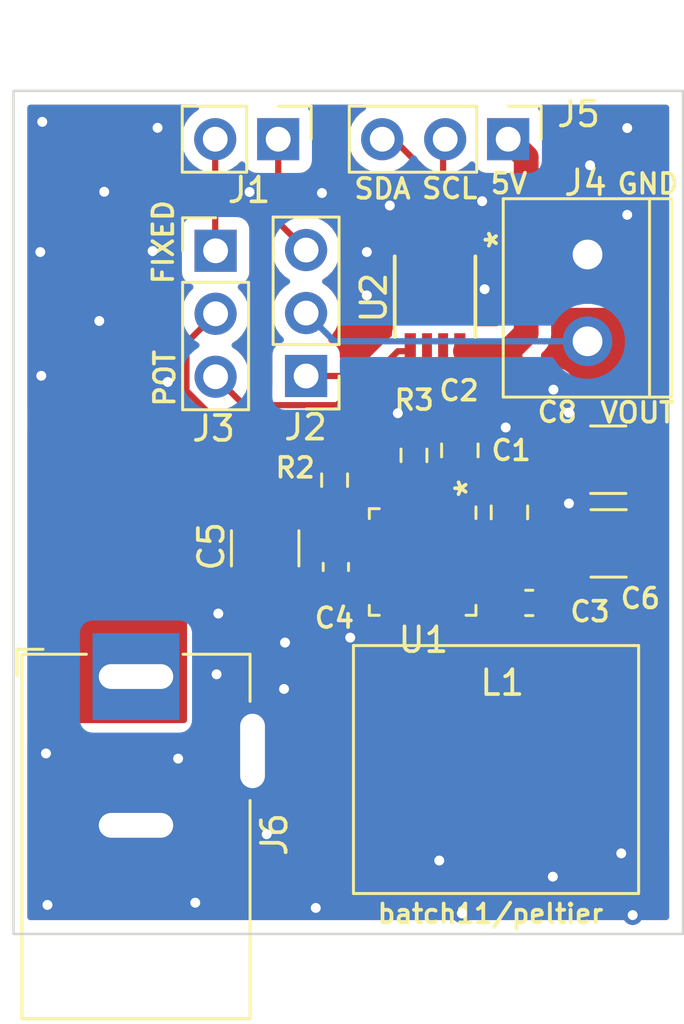
<source format=kicad_pcb>
(kicad_pcb (version 20171130) (host pcbnew "(5.1.6-0-10_14)")

  (general
    (thickness 1.6)
    (drawings 16)
    (tracks 184)
    (zones 0)
    (modules 18)
    (nets 16)
  )

  (page A4)
  (layers
    (0 F.Cu signal)
    (31 B.Cu signal)
    (32 B.Adhes user)
    (33 F.Adhes user)
    (34 B.Paste user)
    (35 F.Paste user)
    (36 B.SilkS user)
    (37 F.SilkS user)
    (38 B.Mask user)
    (39 F.Mask user)
    (40 Dwgs.User user)
    (41 Cmts.User user)
    (42 Eco1.User user)
    (43 Eco2.User user)
    (44 Edge.Cuts user)
    (45 Margin user)
    (46 B.CrtYd user hide)
    (47 F.CrtYd user)
    (48 B.Fab user)
    (49 F.Fab user hide)
  )

  (setup
    (last_trace_width 0.25)
    (user_trace_width 0.25)
    (user_trace_width 0.5)
    (user_trace_width 0.75)
    (user_trace_width 1)
    (trace_clearance 0.2)
    (zone_clearance 0.508)
    (zone_45_only no)
    (trace_min 0.2)
    (via_size 0.8)
    (via_drill 0.4)
    (via_min_size 0.4)
    (via_min_drill 0.3)
    (uvia_size 0.3)
    (uvia_drill 0.1)
    (uvias_allowed no)
    (uvia_min_size 0.2)
    (uvia_min_drill 0.1)
    (edge_width 0.1)
    (segment_width 0.2)
    (pcb_text_width 0.3)
    (pcb_text_size 1.5 1.5)
    (mod_edge_width 0.15)
    (mod_text_size 1 1)
    (mod_text_width 0.15)
    (pad_size 1.524 1.524)
    (pad_drill 0.762)
    (pad_to_mask_clearance 0)
    (aux_axis_origin 0 0)
    (visible_elements FFFFFF7F)
    (pcbplotparams
      (layerselection 0x010fc_ffffffff)
      (usegerberextensions true)
      (usegerberattributes true)
      (usegerberadvancedattributes true)
      (creategerberjobfile true)
      (excludeedgelayer true)
      (linewidth 0.100000)
      (plotframeref false)
      (viasonmask false)
      (mode 1)
      (useauxorigin false)
      (hpglpennumber 1)
      (hpglpenspeed 20)
      (hpglpendiameter 15.000000)
      (psnegative false)
      (psa4output false)
      (plotreference true)
      (plotvalue true)
      (plotinvisibletext false)
      (padsonsilk false)
      (subtractmaskfromsilk false)
      (outputformat 1)
      (mirror false)
      (drillshape 0)
      (scaleselection 1)
      (outputdirectory ""))
  )

  (net 0 "")
  (net 1 5V)
  (net 2 GND)
  (net 3 "Net-(C2-Pad1)")
  (net 4 "Net-(C3-Pad2)")
  (net 5 "Net-(C3-Pad1)")
  (net 6 12V)
  (net 7 REG_OUT)
  (net 8 "Net-(J1-Pad2)")
  (net 9 "Net-(J1-Pad1)")
  (net 10 /POT_RES_A)
  (net 11 /FB_RES_B)
  (net 12 /POT_RES_B)
  (net 13 I2C_SDA)
  (net 14 I2C_SCL)
  (net 15 "Net-(R2-Pad2)")

  (net_class Default "This is the default net class."
    (clearance 0.2)
    (trace_width 0.25)
    (via_dia 0.8)
    (via_drill 0.4)
    (uvia_dia 0.3)
    (uvia_drill 0.1)
    (add_net /FB_RES_B)
    (add_net /POT_RES_A)
    (add_net /POT_RES_B)
    (add_net 12V)
    (add_net 5V)
    (add_net GND)
    (add_net I2C_SCL)
    (add_net I2C_SDA)
    (add_net "Net-(C2-Pad1)")
    (add_net "Net-(C3-Pad1)")
    (add_net "Net-(C3-Pad2)")
    (add_net "Net-(J1-Pad1)")
    (add_net "Net-(J1-Pad2)")
    (add_net "Net-(R2-Pad2)")
    (add_net REG_OUT)
  )

  (module Ninja-qPCR:AOZ2264QI-19 (layer F.Cu) (tedit 615BBC31) (tstamp 615BE49C)
    (at 173.5 54 270)
    (path /615B3E6F)
    (attr smd)
    (fp_text reference U1 (at 3.14 -0.03 180) (layer F.SilkS)
      (effects (font (size 1 1) (thickness 0.15)))
    )
    (fp_text value AOZ2264QI-19 (at 0 3.5 90) (layer F.Fab)
      (effects (font (size 1 1) (thickness 0.15)))
    )
    (fp_poly (pts (xy 0.75 1.2) (xy 0.45 1.2) (xy 0.45 1) (xy 0.75 1)) (layer F.Paste) (width 0))
    (fp_poly (pts (xy 1.25 1.2) (xy 0.95 1.2) (xy 0.95 1) (xy 1.25 1)) (layer F.Paste) (width 0))
    (fp_poly (pts (xy 0.75 1.2) (xy 0.45 1.2) (xy 0.45 1) (xy 0.75 1)) (layer F.Paste) (width 0))
    (fp_poly (pts (xy 0.75 0.3) (xy 0.45 0.3) (xy 0.45 0.1) (xy 0.75 0.1)) (layer F.Paste) (width 0))
    (fp_poly (pts (xy 1.25 -0.3) (xy 0.95 -0.3) (xy 0.95 -0.5) (xy 1.25 -0.5)) (layer F.Paste) (width 0))
    (fp_poly (pts (xy 0.75 0) (xy 0.45 0) (xy 0.45 -0.2) (xy 0.75 -0.2)) (layer F.Paste) (width 0))
    (fp_poly (pts (xy 0.75 0) (xy 0.45 0) (xy 0.45 -0.2) (xy 0.75 -0.2)) (layer F.Paste) (width 0))
    (fp_poly (pts (xy 0.75 -0.3) (xy 0.45 -0.3) (xy 0.45 -0.5) (xy 0.75 -0.5)) (layer F.Paste) (width 0))
    (fp_poly (pts (xy 1.25 0) (xy 0.95 0) (xy 0.95 -0.2) (xy 1.25 -0.2)) (layer F.Paste) (width 0))
    (fp_poly (pts (xy 0.75 -0.3) (xy 0.45 -0.3) (xy 0.45 -0.5) (xy 0.75 -0.5)) (layer F.Paste) (width 0))
    (fp_poly (pts (xy 1.25 -0.6) (xy 0.95 -0.6) (xy 0.95 -0.8) (xy 1.25 -0.8)) (layer F.Paste) (width 0))
    (fp_poly (pts (xy 0.75 -0.6) (xy 0.45 -0.6) (xy 0.45 -0.8) (xy 0.75 -0.8)) (layer F.Paste) (width 0))
    (fp_poly (pts (xy 0.75 -0.6) (xy 0.45 -0.6) (xy 0.45 -0.8) (xy 0.75 -0.8)) (layer F.Paste) (width 0))
    (fp_poly (pts (xy 1.25 0.3) (xy 0.95 0.3) (xy 0.95 0.1) (xy 1.25 0.1)) (layer F.Paste) (width 0))
    (fp_poly (pts (xy 0.75 0.6) (xy 0.45 0.6) (xy 0.45 0.4) (xy 0.75 0.4)) (layer F.Paste) (width 0))
    (fp_poly (pts (xy 0.75 0.6) (xy 0.45 0.6) (xy 0.45 0.4) (xy 0.75 0.4)) (layer F.Paste) (width 0))
    (fp_poly (pts (xy 0.75 0.3) (xy 0.45 0.3) (xy 0.45 0.1) (xy 0.75 0.1)) (layer F.Paste) (width 0))
    (fp_poly (pts (xy 1.25 0.6) (xy 0.95 0.6) (xy 0.95 0.4) (xy 1.25 0.4)) (layer F.Paste) (width 0))
    (fp_poly (pts (xy 0.75 0.9) (xy 0.45 0.9) (xy 0.45 0.7) (xy 0.75 0.7)) (layer F.Paste) (width 0))
    (fp_poly (pts (xy 1.25 0.9) (xy 0.95 0.9) (xy 0.95 0.7) (xy 1.25 0.7)) (layer F.Paste) (width 0))
    (fp_poly (pts (xy 0.75 0.9) (xy 0.45 0.9) (xy 0.45 0.7) (xy 0.75 0.7)) (layer F.Paste) (width 0))
    (fp_poly (pts (xy 0.75 -0.9) (xy 0.45 -0.9) (xy 0.45 -1.1) (xy 0.75 -1.1)) (layer F.Paste) (width 0))
    (fp_poly (pts (xy 1.25 -0.9) (xy 0.95 -0.9) (xy 0.95 -1.1) (xy 1.25 -1.1)) (layer F.Paste) (width 0))
    (fp_poly (pts (xy 0.75 -0.9) (xy 0.45 -0.9) (xy 0.45 -1.1) (xy 0.75 -1.1)) (layer F.Paste) (width 0))
    (fp_poly (pts (xy -0.3 0.3) (xy -0.6 0.3) (xy -0.6 0.1) (xy -0.3 0.1)) (layer F.Paste) (width 0))
    (fp_poly (pts (xy -0.8 0.6) (xy -1.1 0.6) (xy -1.1 0.4) (xy -0.8 0.4)) (layer F.Paste) (width 0))
    (fp_poly (pts (xy -0.8 0.6) (xy -1.1 0.6) (xy -1.1 0.4) (xy -0.8 0.4)) (layer F.Paste) (width 0))
    (fp_poly (pts (xy -0.8 0.3) (xy -1.1 0.3) (xy -1.1 0.1) (xy -0.8 0.1)) (layer F.Paste) (width 0))
    (fp_poly (pts (xy -0.3 0.6) (xy -0.6 0.6) (xy -0.6 0.4) (xy -0.3 0.4)) (layer F.Paste) (width 0))
    (fp_poly (pts (xy -0.8 0.9) (xy -1.1 0.9) (xy -1.1 0.7) (xy -0.8 0.7)) (layer F.Paste) (width 0))
    (fp_poly (pts (xy -0.3 0.9) (xy -0.6 0.9) (xy -0.6 0.7) (xy -0.3 0.7)) (layer F.Paste) (width 0))
    (fp_poly (pts (xy -0.8 0.9) (xy -1.1 0.9) (xy -1.1 0.7) (xy -0.8 0.7)) (layer F.Paste) (width 0))
    (fp_poly (pts (xy -0.8 1.2) (xy -1.1 1.2) (xy -1.1 1) (xy -0.8 1)) (layer F.Paste) (width 0))
    (fp_poly (pts (xy -0.3 1.2) (xy -0.6 1.2) (xy -0.6 1) (xy -0.3 1)) (layer F.Paste) (width 0))
    (fp_poly (pts (xy -0.8 1.2) (xy -1.1 1.2) (xy -1.1 1) (xy -0.8 1)) (layer F.Paste) (width 0))
    (fp_poly (pts (xy -0.8 0.3) (xy -1.1 0.3) (xy -1.1 0.1) (xy -0.8 0.1)) (layer F.Paste) (width 0))
    (fp_poly (pts (xy -0.3 -0.3) (xy -0.6 -0.3) (xy -0.6 -0.5) (xy -0.3 -0.5)) (layer F.Paste) (width 0))
    (fp_poly (pts (xy -0.8 0) (xy -1.1 0) (xy -1.1 -0.2) (xy -0.8 -0.2)) (layer F.Paste) (width 0))
    (fp_poly (pts (xy -0.8 0) (xy -1.1 0) (xy -1.1 -0.2) (xy -0.8 -0.2)) (layer F.Paste) (width 0))
    (fp_poly (pts (xy -0.8 -0.3) (xy -1.1 -0.3) (xy -1.1 -0.5) (xy -0.8 -0.5)) (layer F.Paste) (width 0))
    (fp_poly (pts (xy -0.3 0) (xy -0.6 0) (xy -0.6 -0.2) (xy -0.3 -0.2)) (layer F.Paste) (width 0))
    (fp_poly (pts (xy -0.8 -0.3) (xy -1.1 -0.3) (xy -1.1 -0.5) (xy -0.8 -0.5)) (layer F.Paste) (width 0))
    (fp_poly (pts (xy -0.3 -0.6) (xy -0.6 -0.6) (xy -0.6 -0.8) (xy -0.3 -0.8)) (layer F.Paste) (width 0))
    (fp_poly (pts (xy -0.8 -0.6) (xy -1.1 -0.6) (xy -1.1 -0.8) (xy -0.8 -0.8)) (layer F.Paste) (width 0))
    (fp_poly (pts (xy -0.8 -0.6) (xy -1.1 -0.6) (xy -1.1 -0.8) (xy -0.8 -0.8)) (layer F.Paste) (width 0))
    (fp_poly (pts (xy -0.3 -0.9) (xy -0.6 -0.9) (xy -0.6 -1.1) (xy -0.3 -1.1)) (layer F.Paste) (width 0))
    (fp_poly (pts (xy -0.8 -0.9) (xy -1.1 -0.9) (xy -1.1 -1.1) (xy -0.8 -1.1)) (layer F.Paste) (width 0))
    (fp_poly (pts (xy 0 1.72) (xy -1.34 1.72) (xy -1.34 -1.38) (xy 0 -1.38)) (layer F.Cu) (width 0))
    (fp_poly (pts (xy 1.34 1.72) (xy 0.39 1.72) (xy 0.39 -1.38) (xy 1.34 -1.38)) (layer F.Cu) (width 0))
    (fp_poly (pts (xy -0.8 -0.9) (xy -1.1 -0.9) (xy -1.1 -1.1) (xy -0.8 -1.1)) (layer F.Paste) (width 0))
    (fp_line (start -2.5 2.5) (end -2.5 -2.5) (layer F.CrtYd) (width 0.05))
    (fp_line (start 2.5 2.5) (end -2.5 2.5) (layer F.CrtYd) (width 0.05))
    (fp_line (start 2.5 -2.5) (end 2.5 2.5) (layer F.CrtYd) (width 0.05))
    (fp_line (start -2.5 -2.5) (end 2.5 -2.5) (layer F.CrtYd) (width 0.05))
    (fp_line (start -1.75 -2.15) (end -2.225 -2.15) (layer F.SilkS) (width 0.12))
    (fp_line (start -2.15 2.15) (end -2.15 1.75) (layer F.SilkS) (width 0.12))
    (fp_line (start -1.75 2.15) (end -2.15 2.15) (layer F.SilkS) (width 0.12))
    (fp_line (start 2.15 2.15) (end 2.15 1.75) (layer F.SilkS) (width 0.12))
    (fp_line (start 1.75 2.15) (end 2.15 2.15) (layer F.SilkS) (width 0.12))
    (fp_line (start 2.15 -2.15) (end 2.15 -1.75) (layer F.SilkS) (width 0.12))
    (fp_line (start 1.75 -2.15) (end 2.15 -2.15) (layer F.SilkS) (width 0.12))
    (fp_line (start 2 -2) (end -1 -2) (layer F.Fab) (width 0.15))
    (fp_line (start 2 2) (end 2 -2) (layer F.Fab) (width 0.15))
    (fp_line (start -2 2) (end 2 2) (layer F.Fab) (width 0.15))
    (fp_line (start -2 -1) (end -2 2) (layer F.Fab) (width 0.15))
    (fp_line (start -1 -2) (end -2 -1) (layer F.Fab) (width 0.15))
    (fp_poly (pts (xy 0.01 1.72) (xy -1.33 1.72) (xy -1.33 -1.38) (xy 0.01 -1.38)) (layer F.Mask) (width 0))
    (fp_poly (pts (xy 1.34 1.72) (xy 0.39 1.72) (xy 0.39 -1.38) (xy 1.34 -1.38)) (layer F.Mask) (width 0))
    (fp_text user * (at -2.975 -1.85 90) (layer F.SilkS)
      (effects (font (size 1 1) (thickness 0.15)))
    )
    (pad 1 smd rect (at -1.82 -1.25) (size 0.25 0.45) (layers F.Cu F.Paste F.Mask))
    (pad 2 smd rect (at -1.82 -0.75) (size 0.25 0.45) (layers F.Cu F.Paste F.Mask)
      (net 1 5V))
    (pad 3 smd rect (at -1.82 -0.25) (size 0.25 0.45) (layers F.Cu F.Paste F.Mask)
      (net 2 GND))
    (pad 4 smd rect (at -1.82 0.25) (size 0.25 0.45) (layers F.Cu F.Paste F.Mask)
      (net 2 GND))
    (pad 5 smd rect (at -1.82 0.75) (size 0.25 0.45) (layers F.Cu F.Paste F.Mask)
      (net 11 /FB_RES_B))
    (pad 6 smd rect (at -1.82 1.25) (size 0.25 0.45) (layers F.Cu F.Paste F.Mask)
      (net 15 "Net-(R2-Pad2)"))
    (pad 7 smd rect (at -1.25 1.82 270) (size 0.25 0.45) (layers F.Cu F.Paste F.Mask)
      (net 6 12V))
    (pad 8 smd rect (at -0.75 1.82 270) (size 0.25 0.45) (layers F.Cu F.Paste F.Mask)
      (net 6 12V))
    (pad 9 smd rect (at -0.25 1.82 270) (size 0.25 0.45) (layers F.Cu F.Paste F.Mask)
      (net 6 12V))
    (pad 10 smd rect (at 0.75 1.82 270) (size 0.25 0.45) (layers F.Cu F.Paste F.Mask)
      (net 4 "Net-(C3-Pad2)"))
    (pad 11 smd rect (at 1.25 1.82 270) (size 0.25 0.45) (layers F.Cu F.Paste F.Mask)
      (net 4 "Net-(C3-Pad2)"))
    (pad 12 smd rect (at 1.82 1.25) (size 0.25 0.45) (layers F.Cu F.Paste F.Mask)
      (net 2 GND))
    (pad 13 smd rect (at 1.82 0.75) (size 0.25 0.45) (layers F.Cu F.Paste F.Mask)
      (net 2 GND))
    (pad 14 smd rect (at 1.82 0.25) (size 0.25 0.45) (layers F.Cu F.Paste F.Mask)
      (net 2 GND))
    (pad 15 smd rect (at 1.82 -0.25) (size 0.25 0.45) (layers F.Cu F.Paste F.Mask)
      (net 2 GND))
    (pad 16 smd rect (at 1.82 -0.75) (size 0.25 0.45) (layers F.Cu F.Paste F.Mask)
      (net 4 "Net-(C3-Pad2)"))
    (pad 17 smd rect (at 1.82 -1.25) (size 0.25 0.45) (layers F.Cu F.Paste F.Mask)
      (net 4 "Net-(C3-Pad2)"))
    (pad 18 smd rect (at 1.25 -1.82 270) (size 0.25 0.45) (layers F.Cu F.Paste F.Mask)
      (net 4 "Net-(C3-Pad2)"))
    (pad 19 smd rect (at 0.75 -1.82 270) (size 0.25 0.45) (layers F.Cu F.Paste F.Mask)
      (net 2 GND))
    (pad 20 smd rect (at 0.25 -1.82 270) (size 0.25 0.45) (layers F.Cu F.Paste F.Mask)
      (net 5 "Net-(C3-Pad1)"))
    (pad 21 smd rect (at -0.25 -1.82 270) (size 0.25 0.45) (layers F.Cu F.Paste F.Mask)
      (net 1 5V))
    (pad 22 smd rect (at -0.75 -1.82 270) (size 0.25 0.45) (layers F.Cu F.Paste F.Mask)
      (net 6 12V))
    (pad 23 smd rect (at -1.25 -1.82 270) (size 0.25 0.45) (layers F.Cu F.Paste F.Mask)
      (net 3 "Net-(C2-Pad1)"))
  )

  (module Capacitor_SMD:C_0805_2012Metric_Pad1.18x1.45mm_HandSolder (layer F.Cu) (tedit 5F68FEEF) (tstamp 615BE32F)
    (at 177 52 90)
    (descr "Capacitor SMD 0805 (2012 Metric), square (rectangular) end terminal, IPC_7351 nominal with elongated pad for handsoldering. (Body size source: IPC-SM-782 page 76, https://www.pcb-3d.com/wordpress/wp-content/uploads/ipc-sm-782a_amendment_1_and_2.pdf, https://docs.google.com/spreadsheets/d/1BsfQQcO9C6DZCsRaXUlFlo91Tg2WpOkGARC1WS5S8t0/edit?usp=sharing), generated with kicad-footprint-generator")
    (tags "capacitor handsolder")
    (path /615C767B)
    (attr smd)
    (fp_text reference C1 (at 2.5 0.07 180) (layer F.SilkS)
      (effects (font (size 0.8 0.8) (thickness 0.15)))
    )
    (fp_text value 10uF (at 0 1.68 90) (layer F.Fab)
      (effects (font (size 1 1) (thickness 0.15)))
    )
    (fp_line (start 1.88 0.98) (end -1.88 0.98) (layer F.CrtYd) (width 0.05))
    (fp_line (start 1.88 -0.98) (end 1.88 0.98) (layer F.CrtYd) (width 0.05))
    (fp_line (start -1.88 -0.98) (end 1.88 -0.98) (layer F.CrtYd) (width 0.05))
    (fp_line (start -1.88 0.98) (end -1.88 -0.98) (layer F.CrtYd) (width 0.05))
    (fp_line (start -0.261252 0.735) (end 0.261252 0.735) (layer F.SilkS) (width 0.12))
    (fp_line (start -0.261252 -0.735) (end 0.261252 -0.735) (layer F.SilkS) (width 0.12))
    (fp_line (start 1 0.625) (end -1 0.625) (layer F.Fab) (width 0.1))
    (fp_line (start 1 -0.625) (end 1 0.625) (layer F.Fab) (width 0.1))
    (fp_line (start -1 -0.625) (end 1 -0.625) (layer F.Fab) (width 0.1))
    (fp_line (start -1 0.625) (end -1 -0.625) (layer F.Fab) (width 0.1))
    (fp_text user %R (at 0 0 90) (layer F.Fab)
      (effects (font (size 0.5 0.5) (thickness 0.08)))
    )
    (pad 1 smd roundrect (at -1.0375 0 90) (size 1.175 1.45) (layers F.Cu F.Paste F.Mask) (roundrect_rratio 0.212766)
      (net 1 5V))
    (pad 2 smd roundrect (at 1.0375 0 90) (size 1.175 1.45) (layers F.Cu F.Paste F.Mask) (roundrect_rratio 0.212766)
      (net 2 GND))
    (model ${KISYS3DMOD}/Capacitor_SMD.3dshapes/C_0805_2012Metric.wrl
      (at (xyz 0 0 0))
      (scale (xyz 1 1 1))
      (rotate (xyz 0 0 0))
    )
  )

  (module Capacitor_SMD:C_0805_2012Metric_Pad1.18x1.45mm_HandSolder (layer F.Cu) (tedit 5F68FEEF) (tstamp 615D1108)
    (at 175 49.5 90)
    (descr "Capacitor SMD 0805 (2012 Metric), square (rectangular) end terminal, IPC_7351 nominal with elongated pad for handsoldering. (Body size source: IPC-SM-782 page 76, https://www.pcb-3d.com/wordpress/wp-content/uploads/ipc-sm-782a_amendment_1_and_2.pdf, https://docs.google.com/spreadsheets/d/1BsfQQcO9C6DZCsRaXUlFlo91Tg2WpOkGARC1WS5S8t0/edit?usp=sharing), generated with kicad-footprint-generator")
    (tags "capacitor handsolder")
    (path /615B4693)
    (attr smd)
    (fp_text reference C2 (at 2.41 -0.03 180) (layer F.SilkS)
      (effects (font (size 0.8 0.8) (thickness 0.15)))
    )
    (fp_text value 10uF (at 0 1.68 90) (layer F.Fab)
      (effects (font (size 1 1) (thickness 0.15)))
    )
    (fp_line (start 1.88 0.98) (end -1.88 0.98) (layer F.CrtYd) (width 0.05))
    (fp_line (start 1.88 -0.98) (end 1.88 0.98) (layer F.CrtYd) (width 0.05))
    (fp_line (start -1.88 -0.98) (end 1.88 -0.98) (layer F.CrtYd) (width 0.05))
    (fp_line (start -1.88 0.98) (end -1.88 -0.98) (layer F.CrtYd) (width 0.05))
    (fp_line (start -0.261252 0.735) (end 0.261252 0.735) (layer F.SilkS) (width 0.12))
    (fp_line (start -0.261252 -0.735) (end 0.261252 -0.735) (layer F.SilkS) (width 0.12))
    (fp_line (start 1 0.625) (end -1 0.625) (layer F.Fab) (width 0.1))
    (fp_line (start 1 -0.625) (end 1 0.625) (layer F.Fab) (width 0.1))
    (fp_line (start -1 -0.625) (end 1 -0.625) (layer F.Fab) (width 0.1))
    (fp_line (start -1 0.625) (end -1 -0.625) (layer F.Fab) (width 0.1))
    (fp_text user %R (at 0 0 90) (layer F.Fab)
      (effects (font (size 0.5 0.5) (thickness 0.08)))
    )
    (pad 1 smd roundrect (at -1.0375 0 90) (size 1.175 1.45) (layers F.Cu F.Paste F.Mask) (roundrect_rratio 0.212766)
      (net 3 "Net-(C2-Pad1)"))
    (pad 2 smd roundrect (at 1.0375 0 90) (size 1.175 1.45) (layers F.Cu F.Paste F.Mask) (roundrect_rratio 0.212766)
      (net 2 GND))
    (model ${KISYS3DMOD}/Capacitor_SMD.3dshapes/C_0805_2012Metric.wrl
      (at (xyz 0 0 0))
      (scale (xyz 1 1 1))
      (rotate (xyz 0 0 0))
    )
  )

  (module Capacitor_SMD:C_0603_1608Metric_Pad1.08x0.95mm_HandSolder (layer F.Cu) (tedit 5F68FEEF) (tstamp 615BE351)
    (at 177.8 55.65 180)
    (descr "Capacitor SMD 0603 (1608 Metric), square (rectangular) end terminal, IPC_7351 nominal with elongated pad for handsoldering. (Body size source: IPC-SM-782 page 76, https://www.pcb-3d.com/wordpress/wp-content/uploads/ipc-sm-782a_amendment_1_and_2.pdf), generated with kicad-footprint-generator")
    (tags "capacitor handsolder")
    (path /615C31C8)
    (attr smd)
    (fp_text reference C3 (at -2.45 -0.35) (layer F.SilkS)
      (effects (font (size 0.8 0.8) (thickness 0.15)))
    )
    (fp_text value 0.1uF (at 0 1.43) (layer F.Fab)
      (effects (font (size 1 1) (thickness 0.15)))
    )
    (fp_line (start -0.8 0.4) (end -0.8 -0.4) (layer F.Fab) (width 0.1))
    (fp_line (start -0.8 -0.4) (end 0.8 -0.4) (layer F.Fab) (width 0.1))
    (fp_line (start 0.8 -0.4) (end 0.8 0.4) (layer F.Fab) (width 0.1))
    (fp_line (start 0.8 0.4) (end -0.8 0.4) (layer F.Fab) (width 0.1))
    (fp_line (start -0.146267 -0.51) (end 0.146267 -0.51) (layer F.SilkS) (width 0.12))
    (fp_line (start -0.146267 0.51) (end 0.146267 0.51) (layer F.SilkS) (width 0.12))
    (fp_line (start -1.65 0.73) (end -1.65 -0.73) (layer F.CrtYd) (width 0.05))
    (fp_line (start -1.65 -0.73) (end 1.65 -0.73) (layer F.CrtYd) (width 0.05))
    (fp_line (start 1.65 -0.73) (end 1.65 0.73) (layer F.CrtYd) (width 0.05))
    (fp_line (start 1.65 0.73) (end -1.65 0.73) (layer F.CrtYd) (width 0.05))
    (fp_text user %R (at 0 0) (layer F.Fab)
      (effects (font (size 0.4 0.4) (thickness 0.06)))
    )
    (pad 2 smd roundrect (at 0.8625 0 180) (size 1.075 0.95) (layers F.Cu F.Paste F.Mask) (roundrect_rratio 0.25)
      (net 4 "Net-(C3-Pad2)"))
    (pad 1 smd roundrect (at -0.8625 0 180) (size 1.075 0.95) (layers F.Cu F.Paste F.Mask) (roundrect_rratio 0.25)
      (net 5 "Net-(C3-Pad1)"))
    (model ${KISYS3DMOD}/Capacitor_SMD.3dshapes/C_0603_1608Metric.wrl
      (at (xyz 0 0 0))
      (scale (xyz 1 1 1))
      (rotate (xyz 0 0 0))
    )
  )

  (module Capacitor_SMD:C_0603_1608Metric_Pad1.08x0.95mm_HandSolder (layer F.Cu) (tedit 5F68FEEF) (tstamp 615BE362)
    (at 170 54.2 270)
    (descr "Capacitor SMD 0603 (1608 Metric), square (rectangular) end terminal, IPC_7351 nominal with elongated pad for handsoldering. (Body size source: IPC-SM-782 page 76, https://www.pcb-3d.com/wordpress/wp-content/uploads/ipc-sm-782a_amendment_1_and_2.pdf), generated with kicad-footprint-generator")
    (tags "capacitor handsolder")
    (path /615CE6D3)
    (attr smd)
    (fp_text reference C4 (at 2.06 0.06 180) (layer F.SilkS)
      (effects (font (size 0.8 0.8) (thickness 0.15)))
    )
    (fp_text value 1uF (at 0 1.43 90) (layer F.Fab)
      (effects (font (size 1 1) (thickness 0.15)))
    )
    (fp_line (start 1.65 0.73) (end -1.65 0.73) (layer F.CrtYd) (width 0.05))
    (fp_line (start 1.65 -0.73) (end 1.65 0.73) (layer F.CrtYd) (width 0.05))
    (fp_line (start -1.65 -0.73) (end 1.65 -0.73) (layer F.CrtYd) (width 0.05))
    (fp_line (start -1.65 0.73) (end -1.65 -0.73) (layer F.CrtYd) (width 0.05))
    (fp_line (start -0.146267 0.51) (end 0.146267 0.51) (layer F.SilkS) (width 0.12))
    (fp_line (start -0.146267 -0.51) (end 0.146267 -0.51) (layer F.SilkS) (width 0.12))
    (fp_line (start 0.8 0.4) (end -0.8 0.4) (layer F.Fab) (width 0.1))
    (fp_line (start 0.8 -0.4) (end 0.8 0.4) (layer F.Fab) (width 0.1))
    (fp_line (start -0.8 -0.4) (end 0.8 -0.4) (layer F.Fab) (width 0.1))
    (fp_line (start -0.8 0.4) (end -0.8 -0.4) (layer F.Fab) (width 0.1))
    (fp_text user %R (at 0 0 90) (layer F.Fab)
      (effects (font (size 0.4 0.4) (thickness 0.06)))
    )
    (pad 1 smd roundrect (at -0.8625 0 270) (size 1.075 0.95) (layers F.Cu F.Paste F.Mask) (roundrect_rratio 0.25)
      (net 6 12V))
    (pad 2 smd roundrect (at 0.8625 0 270) (size 1.075 0.95) (layers F.Cu F.Paste F.Mask) (roundrect_rratio 0.25)
      (net 2 GND))
    (model ${KISYS3DMOD}/Capacitor_SMD.3dshapes/C_0603_1608Metric.wrl
      (at (xyz 0 0 0))
      (scale (xyz 1 1 1))
      (rotate (xyz 0 0 0))
    )
  )

  (module Pin_Headers:Pin_Header_Straight_1x02_Pitch2.54mm (layer F.Cu) (tedit 59650532) (tstamp 615BE39A)
    (at 167.675 36.95 270)
    (descr "Through hole straight pin header, 1x02, 2.54mm pitch, single row")
    (tags "Through hole pin header THT 1x02 2.54mm single row")
    (path /615F2016)
    (fp_text reference J1 (at 2.05 1.175 180) (layer F.SilkS)
      (effects (font (size 1 1) (thickness 0.15)))
    )
    (fp_text value Conn_01x02_Female (at 0 4.87 90) (layer F.Fab)
      (effects (font (size 1 1) (thickness 0.15)))
    )
    (fp_line (start -0.635 -1.27) (end 1.27 -1.27) (layer F.Fab) (width 0.1))
    (fp_line (start 1.27 -1.27) (end 1.27 3.81) (layer F.Fab) (width 0.1))
    (fp_line (start 1.27 3.81) (end -1.27 3.81) (layer F.Fab) (width 0.1))
    (fp_line (start -1.27 3.81) (end -1.27 -0.635) (layer F.Fab) (width 0.1))
    (fp_line (start -1.27 -0.635) (end -0.635 -1.27) (layer F.Fab) (width 0.1))
    (fp_line (start -1.33 3.87) (end 1.33 3.87) (layer F.SilkS) (width 0.12))
    (fp_line (start -1.33 1.27) (end -1.33 3.87) (layer F.SilkS) (width 0.12))
    (fp_line (start 1.33 1.27) (end 1.33 3.87) (layer F.SilkS) (width 0.12))
    (fp_line (start -1.33 1.27) (end 1.33 1.27) (layer F.SilkS) (width 0.12))
    (fp_line (start -1.33 0) (end -1.33 -1.33) (layer F.SilkS) (width 0.12))
    (fp_line (start -1.33 -1.33) (end 0 -1.33) (layer F.SilkS) (width 0.12))
    (fp_line (start -1.8 -1.8) (end -1.8 4.35) (layer F.CrtYd) (width 0.05))
    (fp_line (start -1.8 4.35) (end 1.8 4.35) (layer F.CrtYd) (width 0.05))
    (fp_line (start 1.8 4.35) (end 1.8 -1.8) (layer F.CrtYd) (width 0.05))
    (fp_line (start 1.8 -1.8) (end -1.8 -1.8) (layer F.CrtYd) (width 0.05))
    (fp_text user %R (at 0 1.27) (layer F.Fab)
      (effects (font (size 1 1) (thickness 0.15)))
    )
    (pad 2 thru_hole oval (at 0 2.54 270) (size 1.7 1.7) (drill 1) (layers *.Cu *.Mask)
      (net 8 "Net-(J1-Pad2)"))
    (pad 1 thru_hole rect (at 0 0 270) (size 1.7 1.7) (drill 1) (layers *.Cu *.Mask)
      (net 9 "Net-(J1-Pad1)"))
    (model ${KISYS3DMOD}/Pin_Headers.3dshapes/Pin_Header_Straight_1x02_Pitch2.54mm.wrl
      (at (xyz 0 0 0))
      (scale (xyz 1 1 1))
      (rotate (xyz 0 0 0))
    )
  )

  (module Pin_Headers:Pin_Header_Straight_1x03_Pitch2.54mm (layer F.Cu) (tedit 59650532) (tstamp 615BE922)
    (at 168.8 46.5 180)
    (descr "Through hole straight pin header, 1x03, 2.54mm pitch, single row")
    (tags "Through hole pin header THT 1x03 2.54mm single row")
    (path /615DF263)
    (fp_text reference J2 (at 0.02 -2.07) (layer F.SilkS)
      (effects (font (size 1 1) (thickness 0.15)))
    )
    (fp_text value Conn_01x03_Male (at 0 7.41) (layer F.Fab)
      (effects (font (size 1 1) (thickness 0.15)))
    )
    (fp_line (start -0.635 -1.27) (end 1.27 -1.27) (layer F.Fab) (width 0.1))
    (fp_line (start 1.27 -1.27) (end 1.27 6.35) (layer F.Fab) (width 0.1))
    (fp_line (start 1.27 6.35) (end -1.27 6.35) (layer F.Fab) (width 0.1))
    (fp_line (start -1.27 6.35) (end -1.27 -0.635) (layer F.Fab) (width 0.1))
    (fp_line (start -1.27 -0.635) (end -0.635 -1.27) (layer F.Fab) (width 0.1))
    (fp_line (start -1.33 6.41) (end 1.33 6.41) (layer F.SilkS) (width 0.12))
    (fp_line (start -1.33 1.27) (end -1.33 6.41) (layer F.SilkS) (width 0.12))
    (fp_line (start 1.33 1.27) (end 1.33 6.41) (layer F.SilkS) (width 0.12))
    (fp_line (start -1.33 1.27) (end 1.33 1.27) (layer F.SilkS) (width 0.12))
    (fp_line (start -1.33 0) (end -1.33 -1.33) (layer F.SilkS) (width 0.12))
    (fp_line (start -1.33 -1.33) (end 0 -1.33) (layer F.SilkS) (width 0.12))
    (fp_line (start -1.8 -1.8) (end -1.8 6.85) (layer F.CrtYd) (width 0.05))
    (fp_line (start -1.8 6.85) (end 1.8 6.85) (layer F.CrtYd) (width 0.05))
    (fp_line (start 1.8 6.85) (end 1.8 -1.8) (layer F.CrtYd) (width 0.05))
    (fp_line (start 1.8 -1.8) (end -1.8 -1.8) (layer F.CrtYd) (width 0.05))
    (fp_text user %R (at 0 2.54 90) (layer F.Fab)
      (effects (font (size 1 1) (thickness 0.15)))
    )
    (pad 3 thru_hole oval (at 0 5.08 180) (size 1.7 1.7) (drill 1) (layers *.Cu *.Mask)
      (net 9 "Net-(J1-Pad1)"))
    (pad 2 thru_hole oval (at 0 2.54 180) (size 1.7 1.7) (drill 1) (layers *.Cu *.Mask)
      (net 7 REG_OUT))
    (pad 1 thru_hole rect (at 0 0 180) (size 1.7 1.7) (drill 1) (layers *.Cu *.Mask)
      (net 10 /POT_RES_A))
    (model ${KISYS3DMOD}/Pin_Headers.3dshapes/Pin_Header_Straight_1x03_Pitch2.54mm.wrl
      (at (xyz 0 0 0))
      (scale (xyz 1 1 1))
      (rotate (xyz 0 0 0))
    )
  )

  (module Pin_Headers:Pin_Header_Straight_1x03_Pitch2.54mm (layer F.Cu) (tedit 59650532) (tstamp 615D0020)
    (at 165.15 41.45)
    (descr "Through hole straight pin header, 1x03, 2.54mm pitch, single row")
    (tags "Through hole pin header THT 1x03 2.54mm single row")
    (path /615E1AD1)
    (fp_text reference J3 (at -0.08 7.17) (layer F.SilkS)
      (effects (font (size 1 1) (thickness 0.15)))
    )
    (fp_text value Conn_01x03_Male (at 0 7.41) (layer F.Fab)
      (effects (font (size 1 1) (thickness 0.15)))
    )
    (fp_line (start 1.8 -1.8) (end -1.8 -1.8) (layer F.CrtYd) (width 0.05))
    (fp_line (start 1.8 6.85) (end 1.8 -1.8) (layer F.CrtYd) (width 0.05))
    (fp_line (start -1.8 6.85) (end 1.8 6.85) (layer F.CrtYd) (width 0.05))
    (fp_line (start -1.8 -1.8) (end -1.8 6.85) (layer F.CrtYd) (width 0.05))
    (fp_line (start -1.33 -1.33) (end 0 -1.33) (layer F.SilkS) (width 0.12))
    (fp_line (start -1.33 0) (end -1.33 -1.33) (layer F.SilkS) (width 0.12))
    (fp_line (start -1.33 1.27) (end 1.33 1.27) (layer F.SilkS) (width 0.12))
    (fp_line (start 1.33 1.27) (end 1.33 6.41) (layer F.SilkS) (width 0.12))
    (fp_line (start -1.33 1.27) (end -1.33 6.41) (layer F.SilkS) (width 0.12))
    (fp_line (start -1.33 6.41) (end 1.33 6.41) (layer F.SilkS) (width 0.12))
    (fp_line (start -1.27 -0.635) (end -0.635 -1.27) (layer F.Fab) (width 0.1))
    (fp_line (start -1.27 6.35) (end -1.27 -0.635) (layer F.Fab) (width 0.1))
    (fp_line (start 1.27 6.35) (end -1.27 6.35) (layer F.Fab) (width 0.1))
    (fp_line (start 1.27 -1.27) (end 1.27 6.35) (layer F.Fab) (width 0.1))
    (fp_line (start -0.635 -1.27) (end 1.27 -1.27) (layer F.Fab) (width 0.1))
    (fp_text user %R (at 0 2.54 90) (layer F.Fab)
      (effects (font (size 1 1) (thickness 0.15)))
    )
    (pad 1 thru_hole rect (at 0 0) (size 1.7 1.7) (drill 1) (layers *.Cu *.Mask)
      (net 8 "Net-(J1-Pad2)"))
    (pad 2 thru_hole oval (at 0 2.54) (size 1.7 1.7) (drill 1) (layers *.Cu *.Mask)
      (net 11 /FB_RES_B))
    (pad 3 thru_hole oval (at 0 5.08) (size 1.7 1.7) (drill 1) (layers *.Cu *.Mask)
      (net 12 /POT_RES_B))
    (model ${KISYS3DMOD}/Pin_Headers.3dshapes/Pin_Header_Straight_1x03_Pitch2.54mm.wrl
      (at (xyz 0 0 0))
      (scale (xyz 1 1 1))
      (rotate (xyz 0 0 0))
    )
  )

  (module Pin_Headers:Pin_Header_Straight_1x03_Pitch2.54mm (layer F.Cu) (tedit 59650532) (tstamp 615BE3F5)
    (at 176.95 36.95 270)
    (descr "Through hole straight pin header, 1x03, 2.54mm pitch, single row")
    (tags "Through hole pin header THT 1x03 2.54mm single row")
    (path /615C37B0)
    (fp_text reference J5 (at -1.01 -2.84 180) (layer F.SilkS)
      (effects (font (size 1 1) (thickness 0.15)))
    )
    (fp_text value Conn_01x03_Male (at 0 7.41 90) (layer F.Fab)
      (effects (font (size 1 1) (thickness 0.15)))
    )
    (fp_line (start -0.635 -1.27) (end 1.27 -1.27) (layer F.Fab) (width 0.1))
    (fp_line (start 1.27 -1.27) (end 1.27 6.35) (layer F.Fab) (width 0.1))
    (fp_line (start 1.27 6.35) (end -1.27 6.35) (layer F.Fab) (width 0.1))
    (fp_line (start -1.27 6.35) (end -1.27 -0.635) (layer F.Fab) (width 0.1))
    (fp_line (start -1.27 -0.635) (end -0.635 -1.27) (layer F.Fab) (width 0.1))
    (fp_line (start -1.33 6.41) (end 1.33 6.41) (layer F.SilkS) (width 0.12))
    (fp_line (start -1.33 1.27) (end -1.33 6.41) (layer F.SilkS) (width 0.12))
    (fp_line (start 1.33 1.27) (end 1.33 6.41) (layer F.SilkS) (width 0.12))
    (fp_line (start -1.33 1.27) (end 1.33 1.27) (layer F.SilkS) (width 0.12))
    (fp_line (start -1.33 0) (end -1.33 -1.33) (layer F.SilkS) (width 0.12))
    (fp_line (start -1.33 -1.33) (end 0 -1.33) (layer F.SilkS) (width 0.12))
    (fp_line (start -1.8 -1.8) (end -1.8 6.85) (layer F.CrtYd) (width 0.05))
    (fp_line (start -1.8 6.85) (end 1.8 6.85) (layer F.CrtYd) (width 0.05))
    (fp_line (start 1.8 6.85) (end 1.8 -1.8) (layer F.CrtYd) (width 0.05))
    (fp_line (start 1.8 -1.8) (end -1.8 -1.8) (layer F.CrtYd) (width 0.05))
    (fp_text user %R (at 0 2.54) (layer F.Fab)
      (effects (font (size 1 1) (thickness 0.15)))
    )
    (pad 3 thru_hole oval (at 0 5.08 270) (size 1.7 1.7) (drill 1) (layers *.Cu *.Mask)
      (net 13 I2C_SDA))
    (pad 2 thru_hole oval (at 0 2.54 270) (size 1.7 1.7) (drill 1) (layers *.Cu *.Mask)
      (net 14 I2C_SCL))
    (pad 1 thru_hole rect (at 0 0 270) (size 1.7 1.7) (drill 1) (layers *.Cu *.Mask)
      (net 1 5V))
    (model ${KISYS3DMOD}/Pin_Headers.3dshapes/Pin_Header_Straight_1x03_Pitch2.54mm.wrl
      (at (xyz 0 0 0))
      (scale (xyz 1 1 1))
      (rotate (xyz 0 0 0))
    )
  )

  (module Resistor_SMD:R_0603_1608Metric_Pad0.98x0.95mm_HandSolder (layer F.Cu) (tedit 5F68FEEE) (tstamp 615BE42B)
    (at 169.95 50.7 90)
    (descr "Resistor SMD 0603 (1608 Metric), square (rectangular) end terminal, IPC_7351 nominal with elongated pad for handsoldering. (Body size source: IPC-SM-782 page 72, https://www.pcb-3d.com/wordpress/wp-content/uploads/ipc-sm-782a_amendment_1_and_2.pdf), generated with kicad-footprint-generator")
    (tags "resistor handsolder")
    (path /615B1D45)
    (attr smd)
    (fp_text reference R2 (at 0.5 -1.59 180) (layer F.SilkS)
      (effects (font (size 0.8 0.8) (thickness 0.15)))
    )
    (fp_text value 150k (at 0 1.43 90) (layer F.Fab)
      (effects (font (size 1 1) (thickness 0.15)))
    )
    (fp_line (start 1.65 0.73) (end -1.65 0.73) (layer F.CrtYd) (width 0.05))
    (fp_line (start 1.65 -0.73) (end 1.65 0.73) (layer F.CrtYd) (width 0.05))
    (fp_line (start -1.65 -0.73) (end 1.65 -0.73) (layer F.CrtYd) (width 0.05))
    (fp_line (start -1.65 0.73) (end -1.65 -0.73) (layer F.CrtYd) (width 0.05))
    (fp_line (start -0.254724 0.5225) (end 0.254724 0.5225) (layer F.SilkS) (width 0.12))
    (fp_line (start -0.254724 -0.5225) (end 0.254724 -0.5225) (layer F.SilkS) (width 0.12))
    (fp_line (start 0.8 0.4125) (end -0.8 0.4125) (layer F.Fab) (width 0.1))
    (fp_line (start 0.8 -0.4125) (end 0.8 0.4125) (layer F.Fab) (width 0.1))
    (fp_line (start -0.8 -0.4125) (end 0.8 -0.4125) (layer F.Fab) (width 0.1))
    (fp_line (start -0.8 0.4125) (end -0.8 -0.4125) (layer F.Fab) (width 0.1))
    (fp_text user %R (at 0 0 90) (layer F.Fab)
      (effects (font (size 0.4 0.4) (thickness 0.06)))
    )
    (pad 1 smd roundrect (at -0.9125 0 90) (size 0.975 0.95) (layers F.Cu F.Paste F.Mask) (roundrect_rratio 0.25)
      (net 6 12V))
    (pad 2 smd roundrect (at 0.9125 0 90) (size 0.975 0.95) (layers F.Cu F.Paste F.Mask) (roundrect_rratio 0.25)
      (net 15 "Net-(R2-Pad2)"))
    (model ${KISYS3DMOD}/Resistor_SMD.3dshapes/R_0603_1608Metric.wrl
      (at (xyz 0 0 0))
      (scale (xyz 1 1 1))
      (rotate (xyz 0 0 0))
    )
  )

  (module Resistor_SMD:R_0603_1608Metric_Pad0.98x0.95mm_HandSolder (layer F.Cu) (tedit 5F68FEEE) (tstamp 615BEDD2)
    (at 173.15 49.7 90)
    (descr "Resistor SMD 0603 (1608 Metric), square (rectangular) end terminal, IPC_7351 nominal with elongated pad for handsoldering. (Body size source: IPC-SM-782 page 72, https://www.pcb-3d.com/wordpress/wp-content/uploads/ipc-sm-782a_amendment_1_and_2.pdf), generated with kicad-footprint-generator")
    (tags "resistor handsolder")
    (path /615B7D54)
    (attr smd)
    (fp_text reference R3 (at 2.23 0.01 180) (layer F.SilkS)
      (effects (font (size 0.8 0.8) (thickness 0.15)))
    )
    (fp_text value 5k (at 0 1.43 90) (layer F.Fab)
      (effects (font (size 1 1) (thickness 0.15)))
    )
    (fp_line (start -0.8 0.4125) (end -0.8 -0.4125) (layer F.Fab) (width 0.1))
    (fp_line (start -0.8 -0.4125) (end 0.8 -0.4125) (layer F.Fab) (width 0.1))
    (fp_line (start 0.8 -0.4125) (end 0.8 0.4125) (layer F.Fab) (width 0.1))
    (fp_line (start 0.8 0.4125) (end -0.8 0.4125) (layer F.Fab) (width 0.1))
    (fp_line (start -0.254724 -0.5225) (end 0.254724 -0.5225) (layer F.SilkS) (width 0.12))
    (fp_line (start -0.254724 0.5225) (end 0.254724 0.5225) (layer F.SilkS) (width 0.12))
    (fp_line (start -1.65 0.73) (end -1.65 -0.73) (layer F.CrtYd) (width 0.05))
    (fp_line (start -1.65 -0.73) (end 1.65 -0.73) (layer F.CrtYd) (width 0.05))
    (fp_line (start 1.65 -0.73) (end 1.65 0.73) (layer F.CrtYd) (width 0.05))
    (fp_line (start 1.65 0.73) (end -1.65 0.73) (layer F.CrtYd) (width 0.05))
    (fp_text user %R (at 0 0 90) (layer F.Fab)
      (effects (font (size 0.4 0.4) (thickness 0.06)))
    )
    (pad 2 smd roundrect (at 0.9125 0 90) (size 0.975 0.95) (layers F.Cu F.Paste F.Mask) (roundrect_rratio 0.25)
      (net 2 GND))
    (pad 1 smd roundrect (at -0.9125 0 90) (size 0.975 0.95) (layers F.Cu F.Paste F.Mask) (roundrect_rratio 0.25)
      (net 11 /FB_RES_B))
    (model ${KISYS3DMOD}/Resistor_SMD.3dshapes/R_0603_1608Metric.wrl
      (at (xyz 0 0 0))
      (scale (xyz 1 1 1))
      (rotate (xyz 0 0 0))
    )
  )

  (module Ninja-qPCR:MCP4551T-502E&slash_MS (layer F.Cu) (tedit 614AC76B) (tstamp 615BE4E4)
    (at 174 43.3 270)
    (path /615B4F06)
    (fp_text reference U2 (at 0.04 2.47 90) (layer F.SilkS)
      (effects (font (size 1 1) (thickness 0.15)))
    )
    (fp_text value MCP4551T-104 (at -3.97 -13.19 90) (layer F.SilkS) hide
      (effects (font (size 1 1) (thickness 0.15)))
    )
    (fp_line (start -1.5 -0.7718) (end -1.5 -1.1782) (layer F.Fab) (width 0.1524))
    (fp_line (start -1.5 -1.1782) (end -2.45 -1.1782) (layer F.Fab) (width 0.1524))
    (fp_line (start -2.45 -1.1782) (end -2.45 -0.7718) (layer F.Fab) (width 0.1524))
    (fp_line (start -2.45 -0.7718) (end -1.5 -0.7718) (layer F.Fab) (width 0.1524))
    (fp_line (start -1.5 -0.1218) (end -1.5 -0.5282) (layer F.Fab) (width 0.1524))
    (fp_line (start -1.5 -0.5282) (end -2.45 -0.5282) (layer F.Fab) (width 0.1524))
    (fp_line (start -2.45 -0.5282) (end -2.45 -0.1218) (layer F.Fab) (width 0.1524))
    (fp_line (start -2.45 -0.1218) (end -1.5 -0.1218) (layer F.Fab) (width 0.1524))
    (fp_line (start -1.5 0.5282) (end -1.5 0.1218) (layer F.Fab) (width 0.1524))
    (fp_line (start -1.5 0.1218) (end -2.45 0.1218) (layer F.Fab) (width 0.1524))
    (fp_line (start -2.45 0.1218) (end -2.45 0.5282) (layer F.Fab) (width 0.1524))
    (fp_line (start -2.45 0.5282) (end -1.5 0.5282) (layer F.Fab) (width 0.1524))
    (fp_line (start -1.5 1.1782) (end -1.5 0.7718) (layer F.Fab) (width 0.1524))
    (fp_line (start -1.5 0.7718) (end -2.45 0.7718) (layer F.Fab) (width 0.1524))
    (fp_line (start -2.45 0.7718) (end -2.45 1.1782) (layer F.Fab) (width 0.1524))
    (fp_line (start -2.45 1.1782) (end -1.5 1.1782) (layer F.Fab) (width 0.1524))
    (fp_line (start 1.5 0.7718) (end 1.5 1.1782) (layer F.Fab) (width 0.1524))
    (fp_line (start 1.5 1.1782) (end 2.45 1.1782) (layer F.Fab) (width 0.1524))
    (fp_line (start 2.45 1.1782) (end 2.45 0.7718) (layer F.Fab) (width 0.1524))
    (fp_line (start 2.45 0.7718) (end 1.5 0.7718) (layer F.Fab) (width 0.1524))
    (fp_line (start 1.5 0.1218) (end 1.5 0.5282) (layer F.Fab) (width 0.1524))
    (fp_line (start 1.5 0.5282) (end 2.45 0.5282) (layer F.Fab) (width 0.1524))
    (fp_line (start 2.45 0.5282) (end 2.45 0.1218) (layer F.Fab) (width 0.1524))
    (fp_line (start 2.45 0.1218) (end 1.5 0.1218) (layer F.Fab) (width 0.1524))
    (fp_line (start 1.5 -0.5282) (end 1.5 -0.1218) (layer F.Fab) (width 0.1524))
    (fp_line (start 1.5 -0.1218) (end 2.45 -0.1218) (layer F.Fab) (width 0.1524))
    (fp_line (start 2.45 -0.1218) (end 2.45 -0.5282) (layer F.Fab) (width 0.1524))
    (fp_line (start 2.45 -0.5282) (end 1.5 -0.5282) (layer F.Fab) (width 0.1524))
    (fp_line (start 1.5 -1.1782) (end 1.5 -0.7718) (layer F.Fab) (width 0.1524))
    (fp_line (start 1.5 -0.7718) (end 2.45 -0.7718) (layer F.Fab) (width 0.1524))
    (fp_line (start 2.45 -0.7718) (end 2.45 -1.1782) (layer F.Fab) (width 0.1524))
    (fp_line (start 2.45 -1.1782) (end 1.5 -1.1782) (layer F.Fab) (width 0.1524))
    (fp_line (start -1.627 1.627) (end 1.627 1.627) (layer F.SilkS) (width 0.1524))
    (fp_line (start 1.627 -1.627) (end -1.627 -1.627) (layer F.SilkS) (width 0.1524))
    (fp_line (start -1.5 1.5) (end 1.5 1.5) (layer F.Fab) (width 0.1524))
    (fp_line (start 1.5 1.5) (end 1.5 -1.5) (layer F.Fab) (width 0.1524))
    (fp_line (start 1.5 -1.5) (end -1.5 -1.5) (layer F.Fab) (width 0.1524))
    (fp_line (start -1.5 -1.5) (end -1.5 1.5) (layer F.Fab) (width 0.1524))
    (fp_line (start -3.0596 1.4576) (end -3.0596 -1.4576) (layer F.CrtYd) (width 0.1524))
    (fp_line (start -3.0596 -1.4576) (end -1.754 -1.4576) (layer F.CrtYd) (width 0.1524))
    (fp_line (start -1.754 -1.4576) (end -1.754 -1.754) (layer F.CrtYd) (width 0.1524))
    (fp_line (start -1.754 -1.754) (end 1.754 -1.754) (layer F.CrtYd) (width 0.1524))
    (fp_line (start 1.754 -1.754) (end 1.754 -1.4576) (layer F.CrtYd) (width 0.1524))
    (fp_line (start 1.754 -1.4576) (end 3.0596 -1.4576) (layer F.CrtYd) (width 0.1524))
    (fp_line (start 3.0596 -1.4576) (end 3.0596 1.4576) (layer F.CrtYd) (width 0.1524))
    (fp_line (start 3.0596 1.4576) (end 1.754 1.4576) (layer F.CrtYd) (width 0.1524))
    (fp_line (start 1.754 1.4576) (end 1.754 1.754) (layer F.CrtYd) (width 0.1524))
    (fp_line (start 1.754 1.754) (end -1.754 1.754) (layer F.CrtYd) (width 0.1524))
    (fp_line (start -1.754 1.754) (end -1.754 1.4576) (layer F.CrtYd) (width 0.1524))
    (fp_line (start -1.754 1.4576) (end -3.0596 1.4576) (layer F.CrtYd) (width 0.1524))
    (fp_arc (start 0 -1.5) (end 0.3048 -1.5) (angle 180) (layer F.Fab) (width 0.1524))
    (fp_text user * (at -1.119 -1.4238 90) (layer F.Fab)
      (effects (font (size 1 1) (thickness 0.15)))
    )
    (fp_text user * (at -2.2976 -2.5752 90) (layer F.SilkS)
      (effects (font (size 1 1) (thickness 0.15)))
    )
    (fp_text user 0.06in/1.524mm (at -2.0436 3.913 90) (layer Dwgs.User)
      (effects (font (size 1 1) (thickness 0.15)))
    )
    (fp_text user 0.161in/4.087mm (at 0 -3.913 90) (layer Dwgs.User)
      (effects (font (size 1 1) (thickness 0.15)))
    )
    (fp_text user 0.018in/0.457mm (at 5.0916 -0.975 90) (layer Dwgs.User) hide
      (effects (font (size 1 1) (thickness 0.15)))
    )
    (fp_text user 0.026in/0.65mm (at -5.0916 -0.65 90) (layer Dwgs.User) hide
      (effects (font (size 1 1) (thickness 0.15)))
    )
    (fp_text user * (at -1.119 -1.4238 90) (layer F.Fab)
      (effects (font (size 1 1) (thickness 0.15)))
    )
    (fp_text user * (at -2.2976 -2.5752 90) (layer F.SilkS)
      (effects (font (size 1 1) (thickness 0.15)))
    )
    (fp_text user "Copyright 2016 Accelerated Designs. All rights reserved." (at 0 0 90) (layer Cmts.User)
      (effects (font (size 0.127 0.127) (thickness 0.002)))
    )
    (pad 8 smd rect (at 2.2 -1 270) (size 1.45 0.45) (layers F.Cu F.Paste F.Mask)
      (net 1 5V))
    (pad 7 smd rect (at 2.2 -0.325 270) (size 1.45 0.4) (layers F.Cu F.Paste F.Mask))
    (pad 6 smd rect (at 2.2 0.325 270) (size 1.45 0.4) (layers F.Cu F.Paste F.Mask)
      (net 12 /POT_RES_B))
    (pad 5 smd rect (at 2.2 1 270) (size 1.45 0.45) (layers F.Cu F.Paste F.Mask)
      (net 10 /POT_RES_A))
    (pad 4 smd rect (at -2.2 1 270) (size 1.45 0.45) (layers F.Cu F.Paste F.Mask)
      (net 2 GND))
    (pad 3 smd rect (at -2.2 0.325 270) (size 1.45 0.4) (layers F.Cu F.Paste F.Mask)
      (net 13 I2C_SDA))
    (pad 2 smd rect (at -2.2 -0.325 270) (size 1.45 0.4) (layers F.Cu F.Paste F.Mask)
      (net 14 I2C_SCL))
    (pad 1 smd rect (at -2.2 -1 270) (size 1.45 0.45) (layers F.Cu F.Paste F.Mask)
      (net 2 GND))
  )

  (module Connector_BarrelJack:BarrelJack_Horizontal (layer F.Cu) (tedit 5A1DBF6A) (tstamp 615E0BD5)
    (at 161.94 58.62 90)
    (descr "DC Barrel Jack")
    (tags "Power Jack")
    (path /615CB67F)
    (fp_text reference J6 (at -6.37 5.58 90) (layer F.SilkS)
      (effects (font (size 1 1) (thickness 0.15)))
    )
    (fp_text value Barrel_Jack_Switch (at -6.2 -5.5 90) (layer F.Fab)
      (effects (font (size 1 1) (thickness 0.15)))
    )
    (fp_line (start 0 -4.5) (end -13.7 -4.5) (layer F.Fab) (width 0.1))
    (fp_line (start 0.8 4.5) (end 0.8 -3.75) (layer F.Fab) (width 0.1))
    (fp_line (start -13.7 4.5) (end 0.8 4.5) (layer F.Fab) (width 0.1))
    (fp_line (start -13.7 -4.5) (end -13.7 4.5) (layer F.Fab) (width 0.1))
    (fp_line (start -10.2 -4.5) (end -10.2 4.5) (layer F.Fab) (width 0.1))
    (fp_line (start 0.9 -4.6) (end 0.9 -2) (layer F.SilkS) (width 0.12))
    (fp_line (start -13.8 -4.6) (end 0.9 -4.6) (layer F.SilkS) (width 0.12))
    (fp_line (start 0.9 4.6) (end -1 4.6) (layer F.SilkS) (width 0.12))
    (fp_line (start 0.9 1.9) (end 0.9 4.6) (layer F.SilkS) (width 0.12))
    (fp_line (start -13.8 4.6) (end -13.8 -4.6) (layer F.SilkS) (width 0.12))
    (fp_line (start -5 4.6) (end -13.8 4.6) (layer F.SilkS) (width 0.12))
    (fp_line (start -14 4.75) (end -14 -4.75) (layer F.CrtYd) (width 0.05))
    (fp_line (start -5 4.75) (end -14 4.75) (layer F.CrtYd) (width 0.05))
    (fp_line (start -5 6.75) (end -5 4.75) (layer F.CrtYd) (width 0.05))
    (fp_line (start -1 6.75) (end -5 6.75) (layer F.CrtYd) (width 0.05))
    (fp_line (start -1 4.75) (end -1 6.75) (layer F.CrtYd) (width 0.05))
    (fp_line (start 1 4.75) (end -1 4.75) (layer F.CrtYd) (width 0.05))
    (fp_line (start 1 2) (end 1 4.75) (layer F.CrtYd) (width 0.05))
    (fp_line (start 2 2) (end 1 2) (layer F.CrtYd) (width 0.05))
    (fp_line (start 2 -2) (end 2 2) (layer F.CrtYd) (width 0.05))
    (fp_line (start 1 -2) (end 2 -2) (layer F.CrtYd) (width 0.05))
    (fp_line (start 1 -4.5) (end 1 -2) (layer F.CrtYd) (width 0.05))
    (fp_line (start 1 -4.75) (end -14 -4.75) (layer F.CrtYd) (width 0.05))
    (fp_line (start 1 -4.5) (end 1 -4.75) (layer F.CrtYd) (width 0.05))
    (fp_line (start 0.05 -4.8) (end 1.1 -4.8) (layer F.SilkS) (width 0.12))
    (fp_line (start 1.1 -3.75) (end 1.1 -4.8) (layer F.SilkS) (width 0.12))
    (fp_line (start -0.003213 -4.505425) (end 0.8 -3.75) (layer F.Fab) (width 0.1))
    (fp_text user %R (at -3 -2.95 90) (layer F.Fab)
      (effects (font (size 1 1) (thickness 0.15)))
    )
    (pad 1 thru_hole rect (at 0 0 90) (size 3.5 3.5) (drill oval 1 3) (layers *.Cu *.Mask)
      (net 6 12V))
    (pad 2 thru_hole roundrect (at -6 0 90) (size 3 3.5) (drill oval 1 3) (layers *.Cu *.Mask) (roundrect_rratio 0.25)
      (net 2 GND))
    (pad 3 thru_hole roundrect (at -3 4.7 90) (size 3.5 3.5) (drill oval 3 1) (layers *.Cu *.Mask) (roundrect_rratio 0.25)
      (net 2 GND))
    (model ${KISYS3DMOD}/Connector_BarrelJack.3dshapes/BarrelJack_Horizontal.wrl
      (at (xyz 0 0 0))
      (scale (xyz 1 1 1))
      (rotate (xyz 0 0 0))
    )
  )

  (module Capacitor_SMD:C_1210_3225Metric_Pad1.33x2.70mm_HandSolder (layer F.Cu) (tedit 5F68FEEF) (tstamp 615CF4CE)
    (at 167.15 53.45 270)
    (descr "Capacitor SMD 1210 (3225 Metric), square (rectangular) end terminal, IPC_7351 nominal with elongated pad for handsoldering. (Body size source: IPC-SM-782 page 76, https://www.pcb-3d.com/wordpress/wp-content/uploads/ipc-sm-782a_amendment_1_and_2.pdf), generated with kicad-footprint-generator")
    (tags "capacitor handsolder")
    (path /615CF30F)
    (attr smd)
    (fp_text reference C5 (at -0.08 2.17 90) (layer F.SilkS)
      (effects (font (size 1 1) (thickness 0.15)))
    )
    (fp_text value 22uF (at 0 2.3 90) (layer F.Fab)
      (effects (font (size 1 1) (thickness 0.15)))
    )
    (fp_line (start -1.6 1.25) (end -1.6 -1.25) (layer F.Fab) (width 0.1))
    (fp_line (start -1.6 -1.25) (end 1.6 -1.25) (layer F.Fab) (width 0.1))
    (fp_line (start 1.6 -1.25) (end 1.6 1.25) (layer F.Fab) (width 0.1))
    (fp_line (start 1.6 1.25) (end -1.6 1.25) (layer F.Fab) (width 0.1))
    (fp_line (start -0.711252 -1.36) (end 0.711252 -1.36) (layer F.SilkS) (width 0.12))
    (fp_line (start -0.711252 1.36) (end 0.711252 1.36) (layer F.SilkS) (width 0.12))
    (fp_line (start -2.48 1.6) (end -2.48 -1.6) (layer F.CrtYd) (width 0.05))
    (fp_line (start -2.48 -1.6) (end 2.48 -1.6) (layer F.CrtYd) (width 0.05))
    (fp_line (start 2.48 -1.6) (end 2.48 1.6) (layer F.CrtYd) (width 0.05))
    (fp_line (start 2.48 1.6) (end -2.48 1.6) (layer F.CrtYd) (width 0.05))
    (fp_text user %R (at 0 0 90) (layer F.Fab)
      (effects (font (size 0.8 0.8) (thickness 0.12)))
    )
    (pad 1 smd roundrect (at -1.5625 0 270) (size 1.325 2.7) (layers F.Cu F.Paste F.Mask) (roundrect_rratio 0.188679)
      (net 6 12V))
    (pad 2 smd roundrect (at 1.5625 0 270) (size 1.325 2.7) (layers F.Cu F.Paste F.Mask) (roundrect_rratio 0.188679)
      (net 2 GND))
    (model ${KISYS3DMOD}/Capacitor_SMD.3dshapes/C_1210_3225Metric.wrl
      (at (xyz 0 0 0))
      (scale (xyz 1 1 1))
      (rotate (xyz 0 0 0))
    )
  )

  (module Capacitor_SMD:C_1210_3225Metric_Pad1.33x2.70mm_HandSolder (layer F.Cu) (tedit 5F68FEEF) (tstamp 615CFE1E)
    (at 181 53.25 180)
    (descr "Capacitor SMD 1210 (3225 Metric), square (rectangular) end terminal, IPC_7351 nominal with elongated pad for handsoldering. (Body size source: IPC-SM-782 page 76, https://www.pcb-3d.com/wordpress/wp-content/uploads/ipc-sm-782a_amendment_1_and_2.pdf), generated with kicad-footprint-generator")
    (tags "capacitor handsolder")
    (path /615C3ADF)
    (attr smd)
    (fp_text reference C6 (at -1.28 -2.22) (layer F.SilkS)
      (effects (font (size 0.8 0.8) (thickness 0.15)))
    )
    (fp_text value 47uF (at 0 2.3) (layer F.Fab)
      (effects (font (size 1 1) (thickness 0.15)))
    )
    (fp_line (start -1.6 1.25) (end -1.6 -1.25) (layer F.Fab) (width 0.1))
    (fp_line (start -1.6 -1.25) (end 1.6 -1.25) (layer F.Fab) (width 0.1))
    (fp_line (start 1.6 -1.25) (end 1.6 1.25) (layer F.Fab) (width 0.1))
    (fp_line (start 1.6 1.25) (end -1.6 1.25) (layer F.Fab) (width 0.1))
    (fp_line (start -0.711252 -1.36) (end 0.711252 -1.36) (layer F.SilkS) (width 0.12))
    (fp_line (start -0.711252 1.36) (end 0.711252 1.36) (layer F.SilkS) (width 0.12))
    (fp_line (start -2.48 1.6) (end -2.48 -1.6) (layer F.CrtYd) (width 0.05))
    (fp_line (start -2.48 -1.6) (end 2.48 -1.6) (layer F.CrtYd) (width 0.05))
    (fp_line (start 2.48 -1.6) (end 2.48 1.6) (layer F.CrtYd) (width 0.05))
    (fp_line (start 2.48 1.6) (end -2.48 1.6) (layer F.CrtYd) (width 0.05))
    (fp_text user %R (at 0 0) (layer F.Fab)
      (effects (font (size 0.8 0.8) (thickness 0.12)))
    )
    (pad 1 smd roundrect (at -1.5625 0 180) (size 1.325 2.7) (layers F.Cu F.Paste F.Mask) (roundrect_rratio 0.188679)
      (net 7 REG_OUT))
    (pad 2 smd roundrect (at 1.5625 0 180) (size 1.325 2.7) (layers F.Cu F.Paste F.Mask) (roundrect_rratio 0.188679)
      (net 2 GND))
    (model ${KISYS3DMOD}/Capacitor_SMD.3dshapes/C_1210_3225Metric.wrl
      (at (xyz 0 0 0))
      (scale (xyz 1 1 1))
      (rotate (xyz 0 0 0))
    )
  )

  (module Capacitor_SMD:C_1210_3225Metric_Pad1.33x2.70mm_HandSolder (layer F.Cu) (tedit 5F68FEEF) (tstamp 615CFC92)
    (at 180.984999 49.874999 180)
    (descr "Capacitor SMD 1210 (3225 Metric), square (rectangular) end terminal, IPC_7351 nominal with elongated pad for handsoldering. (Body size source: IPC-SM-782 page 76, https://www.pcb-3d.com/wordpress/wp-content/uploads/ipc-sm-782a_amendment_1_and_2.pdf), generated with kicad-footprint-generator")
    (tags "capacitor handsolder")
    (path /615DBFE6)
    (attr smd)
    (fp_text reference C8 (at 2.054999 1.914999) (layer F.SilkS)
      (effects (font (size 0.8 0.8) (thickness 0.15)))
    )
    (fp_text value 47uF (at 0 2.3) (layer F.Fab)
      (effects (font (size 1 1) (thickness 0.15)))
    )
    (fp_line (start 2.48 1.6) (end -2.48 1.6) (layer F.CrtYd) (width 0.05))
    (fp_line (start 2.48 -1.6) (end 2.48 1.6) (layer F.CrtYd) (width 0.05))
    (fp_line (start -2.48 -1.6) (end 2.48 -1.6) (layer F.CrtYd) (width 0.05))
    (fp_line (start -2.48 1.6) (end -2.48 -1.6) (layer F.CrtYd) (width 0.05))
    (fp_line (start -0.711252 1.36) (end 0.711252 1.36) (layer F.SilkS) (width 0.12))
    (fp_line (start -0.711252 -1.36) (end 0.711252 -1.36) (layer F.SilkS) (width 0.12))
    (fp_line (start 1.6 1.25) (end -1.6 1.25) (layer F.Fab) (width 0.1))
    (fp_line (start 1.6 -1.25) (end 1.6 1.25) (layer F.Fab) (width 0.1))
    (fp_line (start -1.6 -1.25) (end 1.6 -1.25) (layer F.Fab) (width 0.1))
    (fp_line (start -1.6 1.25) (end -1.6 -1.25) (layer F.Fab) (width 0.1))
    (fp_text user %R (at 0 0) (layer F.Fab)
      (effects (font (size 0.8 0.8) (thickness 0.12)))
    )
    (pad 2 smd roundrect (at 1.5625 0 180) (size 1.325 2.7) (layers F.Cu F.Paste F.Mask) (roundrect_rratio 0.188679)
      (net 2 GND))
    (pad 1 smd roundrect (at -1.5625 0 180) (size 1.325 2.7) (layers F.Cu F.Paste F.Mask) (roundrect_rratio 0.188679)
      (net 7 REG_OUT))
    (model ${KISYS3DMOD}/Capacitor_SMD.3dshapes/C_1210_3225Metric.wrl
      (at (xyz 0 0 0))
      (scale (xyz 1 1 1))
      (rotate (xyz 0 0 0))
    )
  )

  (module Ninja-qPCR:TB_SeeedOPL_320110028 (layer F.Cu) (tedit 5F05691F) (tstamp 615D0138)
    (at 180.15 45.1 90)
    (path /6160000E)
    (fp_text reference J4 (at 6.39 -0.08 180) (layer F.SilkS)
      (effects (font (size 1 1) (thickness 0.15)))
    )
    (fp_text value Screw_Terminal_01x02 (at 2 6 90) (layer F.Fab)
      (effects (font (size 1 1) (thickness 0.15)))
    )
    (fp_line (start 5.75 2.5) (end -2.25 2.5) (layer F.SilkS) (width 0.12))
    (fp_line (start -2.25 3.4) (end -2.25 -3.4) (layer F.SilkS) (width 0.12))
    (fp_line (start 5.75 3.4) (end -2.25 3.4) (layer F.SilkS) (width 0.12))
    (fp_line (start 5.75 -3.4) (end 5.75 3.4) (layer F.SilkS) (width 0.12))
    (fp_line (start -2.25 -3.4) (end 5.75 -3.4) (layer F.SilkS) (width 0.12))
    (pad 1 thru_hole circle (at 0 0 90) (size 2 2) (drill 1.2) (layers *.Cu *.Mask)
      (net 7 REG_OUT))
    (pad 2 thru_hole circle (at 3.5 0 90) (size 2 2) (drill 1.2) (layers *.Cu *.Mask)
      (net 2 GND))
  )

  (module Ninja-qPCR:104CDMCCDS-2R2MC (layer F.Cu) (tedit 615D589C) (tstamp 615E09B1)
    (at 176.46 62.37)
    (path /615B9655)
    (fp_text reference L1 (at 0.25 -3.5) (layer F.SilkS)
      (effects (font (size 1 1) (thickness 0.15)))
    )
    (fp_text value 3.3uH (at 0 -0.5) (layer F.Fab) hide
      (effects (font (size 1 1) (thickness 0.15)))
    )
    (fp_line (start -5.75 -5) (end 5.75 -5) (layer F.SilkS) (width 0.12))
    (fp_line (start 5.75 -5) (end 5.75 5) (layer F.SilkS) (width 0.12))
    (fp_line (start 5.75 5) (end -5.75 5) (layer F.SilkS) (width 0.12))
    (fp_line (start -5.75 5) (end -5.75 -5) (layer F.SilkS) (width 0.12))
    (pad 1 smd rect (at -4.75 0) (size 4.1 4.1) (layers F.Cu F.Paste F.Mask)
      (net 4 "Net-(C3-Pad2)"))
    (pad 2 smd rect (at 4.75 0) (size 4.1 4.1) (layers F.Cu F.Paste F.Mask)
      (net 7 REG_OUT))
  )

  (gr_text 27x34mm (at 162.22 32.74) (layer Dwgs.User)
    (effects (font (size 1.5 1.5) (thickness 0.3)))
  )
  (gr_poly (pts (xy 173.875 56.05) (xy 171.55 56.05) (xy 171.55 57.675) (xy 166.8 57.675) (xy 166.8 55.6) (xy 173.875 55.6)) (layer F.Cu) (width 0.1) (tstamp 615E1109))
  (gr_text batch11/peltier (at 180.87 68.19) (layer F.SilkS)
    (effects (font (size 0.762 0.762) (thickness 0.15)) (justify right))
  )
  (gr_text VOUT (at 182.17 47.98) (layer F.SilkS)
    (effects (font (size 0.8 0.8) (thickness 0.15)))
  )
  (gr_text GND (at 182.59 38.75) (layer F.SilkS)
    (effects (font (size 0.8 0.8) (thickness 0.15)))
  )
  (gr_text SDA (at 171.88 38.95) (layer F.SilkS)
    (effects (font (size 0.8 0.8) (thickness 0.15)))
  )
  (gr_text SCL (at 174.59 38.94) (layer F.SilkS)
    (effects (font (size 0.8 0.8) (thickness 0.15)))
  )
  (gr_text 5V (at 176.98 38.74) (layer F.SilkS)
    (effects (font (size 0.8 0.8) (thickness 0.15)))
  )
  (gr_text FIXED (at 163.04 41.1 90) (layer F.SilkS)
    (effects (font (size 0.8 0.8) (thickness 0.15)))
  )
  (gr_text POT (at 163.1 46.59 90) (layer F.SilkS)
    (effects (font (size 0.8 0.8) (thickness 0.15)))
  )
  (gr_line (start 157 69) (end 157 35) (layer Edge.Cuts) (width 0.1) (tstamp 615D0DC4))
  (gr_line (start 184 69) (end 157 69) (layer Edge.Cuts) (width 0.1))
  (gr_line (start 184 35) (end 184 69) (layer Edge.Cuts) (width 0.1))
  (gr_line (start 157 35) (end 184 35) (layer Edge.Cuts) (width 0.1))
  (gr_poly (pts (xy 180 52.5) (xy 178.75 52.5) (xy 178.75 50.25) (xy 180 50.25)) (layer F.Cu) (width 0.1))
  (gr_poly (pts (xy 172 53.75) (xy 171 53.75) (xy 171 52.75) (xy 172 52.75)) (layer F.Cu) (width 0.1))

  (segment (start 176.2875 53.75) (end 175.32 53.75) (width 0.25) (layer F.Cu) (net 1) (status 20))
  (segment (start 177 53.0375) (end 176.2875 53.75) (width 0.25) (layer F.Cu) (net 1) (status 10))
  (segment (start 178.17501 47.708012) (end 177.15 46.683002) (width 0.5) (layer F.Cu) (net 1))
  (segment (start 178.17501 51.86249) (end 178.17501 47.708012) (width 0.5) (layer F.Cu) (net 1))
  (segment (start 177 53.0375) (end 178.17501 51.86249) (width 0.5) (layer F.Cu) (net 1) (status 10))
  (segment (start 177.674999 37.674999) (end 177.674999 44.775001) (width 1) (layer F.Cu) (net 1) (status 10))
  (segment (start 176.95 36.95) (end 177.674999 37.674999) (width 1) (layer F.Cu) (net 1) (status 30))
  (segment (start 176.95 45.5) (end 175.225001 45.5) (width 1) (layer F.Cu) (net 1))
  (segment (start 177.674999 44.775001) (end 176.95 45.5) (width 1) (layer F.Cu) (net 1))
  (segment (start 177.15 45.7) (end 176.95 45.5) (width 0.75) (layer F.Cu) (net 1))
  (segment (start 177.15 46.683002) (end 177.15 45.7) (width 0.75) (layer F.Cu) (net 1))
  (segment (start 173.75 55.82) (end 173.25 55.82) (width 0.25) (layer F.Cu) (net 2) (status 30))
  (segment (start 173.25 55.82) (end 172.75 55.82) (width 0.25) (layer F.Cu) (net 2) (status 30))
  (segment (start 172.75 55.82) (end 172.25 55.82) (width 0.25) (layer F.Cu) (net 2) (status 30))
  (segment (start 172.25 55.82) (end 170.7575 55.82) (width 0.25) (layer F.Cu) (net 2) (status 10))
  (segment (start 169.95 55.0125) (end 170 55.0625) (width 1) (layer F.Cu) (net 2) (status 30))
  (segment (start 167.15 55.0125) (end 169.95 55.0125) (width 1) (layer F.Cu) (net 2) (status 30))
  (segment (start 170 55.0625) (end 170.7575 55.82) (width 1) (layer F.Cu) (net 2) (status 10))
  (segment (start 174.675 48.7875) (end 175 48.4625) (width 0.25) (layer F.Cu) (net 2) (status 30))
  (segment (start 173.15 48.7875) (end 174.675 48.7875) (width 0.25) (layer F.Cu) (net 2) (status 30))
  (segment (start 173.25 52.18) (end 173.75 52.18) (width 0.25) (layer F.Cu) (net 2) (status 30))
  (segment (start 179.422499 53.234999) (end 179.4375 53.25) (width 0.5) (layer F.Cu) (net 2) (status 30))
  (segment (start 179.422499 49.874999) (end 179.422499 53.234999) (width 0.5) (layer F.Cu) (net 2) (status 30))
  (segment (start 177 50.4625) (end 175 48.4625) (width 0.5) (layer F.Cu) (net 2) (status 30))
  (segment (start 177 50.9625) (end 177 50.4625) (width 0.5) (layer F.Cu) (net 2) (status 30))
  (via (at 175.9 39.45) (size 0.8) (drill 0.4) (layers F.Cu B.Cu) (net 2))
  (segment (start 175 40.35) (end 175.9 39.45) (width 0.25) (layer F.Cu) (net 2))
  (segment (start 175 41.1) (end 175 40.35) (width 0.25) (layer F.Cu) (net 2) (status 10))
  (segment (start 178.05 41.6) (end 180.15 41.6) (width 0.25) (layer B.Cu) (net 2) (status 20))
  (segment (start 175.9 39.45) (end 178.05 41.6) (width 0.25) (layer B.Cu) (net 2))
  (via (at 172.175 39.625) (size 0.8) (drill 0.4) (layers F.Cu B.Cu) (net 2))
  (segment (start 172.35 39.45) (end 172.175 39.625) (width 0.25) (layer B.Cu) (net 2))
  (segment (start 175.9 39.45) (end 172.35 39.45) (width 0.25) (layer B.Cu) (net 2))
  (segment (start 172.175 39.625) (end 172.625 39.625) (width 0.25) (layer F.Cu) (net 2))
  (segment (start 173 40) (end 173 41.1) (width 0.25) (layer F.Cu) (net 2) (status 20))
  (segment (start 172.625 39.625) (end 173 40) (width 0.25) (layer F.Cu) (net 2))
  (via (at 176.85 48.575) (size 0.8) (drill 0.4) (layers F.Cu B.Cu) (net 2))
  (segment (start 177 48.725) (end 176.85 48.575) (width 0.25) (layer F.Cu) (net 2))
  (segment (start 177 50.9625) (end 177 48.725) (width 0.25) (layer F.Cu) (net 2) (status 10))
  (segment (start 176.85 48.575) (end 176.85 57.41) (width 0.25) (layer B.Cu) (net 2))
  (segment (start 179.422499 47.697499) (end 178.775 47.05) (width 0.25) (layer F.Cu) (net 2))
  (via (at 178.775 47.05) (size 0.8) (drill 0.4) (layers F.Cu B.Cu) (net 2))
  (segment (start 179.422499 49.874999) (end 179.422499 47.697499) (width 0.25) (layer F.Cu) (net 2) (status 10))
  (via (at 172.5 48) (size 0.8) (drill 0.4) (layers F.Cu B.Cu) (net 2))
  (via (at 171.25 41.5) (size 0.8) (drill 0.4) (layers F.Cu B.Cu) (net 2))
  (via (at 171.25 43.25) (size 0.8) (drill 0.4) (layers F.Cu B.Cu) (net 2))
  (via (at 171.25 43.25) (size 0.8) (drill 0.4) (layers F.Cu B.Cu) (net 2))
  (via (at 181.75 40) (size 0.8) (drill 0.4) (layers F.Cu B.Cu) (net 2))
  (via (at 180.25 38) (size 0.8) (drill 0.4) (layers F.Cu B.Cu) (net 2))
  (via (at 181.75 36.5) (size 0.8) (drill 0.4) (layers F.Cu B.Cu) (net 2))
  (via (at 179.4 47.98) (size 0.8) (drill 0.4) (layers F.Cu B.Cu) (net 2))
  (via (at 179.4 51.64) (size 0.8) (drill 0.4) (layers F.Cu B.Cu) (net 2))
  (via (at 176 43) (size 0.8) (drill 0.4) (layers F.Cu B.Cu) (net 2))
  (segment (start 172.64 61.62) (end 166.64 61.62) (width 0.25) (layer B.Cu) (net 2))
  (segment (start 176.85 57.41) (end 172.64 61.62) (width 0.25) (layer B.Cu) (net 2))
  (segment (start 166.64 55.5225) (end 167.15 55.0125) (width 0.75) (layer F.Cu) (net 2))
  (segment (start 166.64 61.62) (end 166.64 55.5225) (width 0.75) (layer F.Cu) (net 2))
  (segment (start 170 55.0625) (end 169.8375 55.0625) (width 0.75) (layer F.Cu) (net 2))
  (segment (start 169.8375 55.0625) (end 169.2 55.7) (width 0.75) (layer F.Cu) (net 2))
  (segment (start 167.15 55.0125) (end 170.6175 55.0125) (width 0.75) (layer F.Cu) (net 2))
  (via (at 169.44 39.12) (size 0.8) (drill 0.4) (layers F.Cu B.Cu) (net 2) (tstamp 615E1204))
  (via (at 166.52 39.08) (size 0.8) (drill 0.4) (layers F.Cu B.Cu) (net 2) (tstamp 615E1206))
  (via (at 162.81 36.49) (size 0.8) (drill 0.4) (layers F.Cu B.Cu) (net 2) (tstamp 615E1208))
  (via (at 158.16 36.25) (size 0.8) (drill 0.4) (layers F.Cu B.Cu) (net 2) (tstamp 615E120A))
  (via (at 160.66 39.07) (size 0.8) (drill 0.4) (layers F.Cu B.Cu) (net 2) (tstamp 615E120C))
  (via (at 158.08 41.5) (size 0.8) (drill 0.4) (layers F.Cu B.Cu) (net 2) (tstamp 615E120E))
  (via (at 162.61 41.46) (size 0.8) (drill 0.4) (layers F.Cu B.Cu) (net 2) (tstamp 615E1210))
  (via (at 160.46 44.28) (size 0.8) (drill 0.4) (layers F.Cu B.Cu) (net 2) (tstamp 615E1212))
  (via (at 158.12 46.49) (size 0.8) (drill 0.4) (layers F.Cu B.Cu) (net 2) (tstamp 615E1214))
  (via (at 163.22 46.74) (size 0.8) (drill 0.4) (layers F.Cu B.Cu) (net 2) (tstamp 615E1216))
  (via (at 158.31 61.72) (size 0.8) (drill 0.4) (layers F.Cu B.Cu) (net 2) (tstamp 615E121B))
  (via (at 158.37 67.83) (size 0.8) (drill 0.4) (layers F.Cu B.Cu) (net 2) (tstamp 615E121D))
  (via (at 163.64 61.93) (size 0.8) (drill 0.4) (layers F.Cu B.Cu) (net 2) (tstamp 615E121F))
  (via (at 164.33 67.74) (size 0.8) (drill 0.4) (layers F.Cu B.Cu) (net 2) (tstamp 615E1221))
  (via (at 169.19 67.95) (size 0.8) (drill 0.4) (layers F.Cu B.Cu) (net 2) (tstamp 615E1223))
  (via (at 167.21 64.98) (size 0.8) (drill 0.4) (layers F.Cu B.Cu) (net 2) (tstamp 615E1225))
  (via (at 174.17 66.04) (size 0.8) (drill 0.4) (layers F.Cu B.Cu) (net 2) (tstamp 615E1227))
  (via (at 181.97 68.24) (size 0.8) (drill 0.4) (layers F.Cu B.Cu) (net 2) (tstamp 615E1229))
  (via (at 181.51 65.75) (size 0.8) (drill 0.4) (layers F.Cu B.Cu) (net 2) (tstamp 615E122B))
  (via (at 175.08 68.17) (size 0.8) (drill 0.4) (layers F.Cu B.Cu) (net 2) (tstamp 615E122D))
  (via (at 178.75 66.69) (size 0.8) (drill 0.4) (layers F.Cu B.Cu) (net 2) (tstamp 615E122F))
  (segment (start 170 55.0625) (end 169.3075 55.0625) (width 0.75) (layer F.Cu) (net 2))
  (segment (start 169.3075 55.0625) (end 168.59 55.78) (width 0.75) (layer F.Cu) (net 2))
  (segment (start 168.59 55.78) (end 166.35 55.78) (width 0.75) (layer F.Cu) (net 2))
  (segment (start 166.35 55.78) (end 166.23 55.9) (width 0.75) (layer F.Cu) (net 2))
  (segment (start 166.23 57.55) (end 166.49 57.55) (width 0.75) (layer F.Cu) (net 2))
  (segment (start 166.23 55.9) (end 166.23 57.55) (width 0.75) (layer F.Cu) (net 2))
  (segment (start 166.23 57.55) (end 166.23 57.93) (width 0.75) (layer F.Cu) (net 2))
  (segment (start 167.11 57.88) (end 166.965 58.025) (width 0.75) (layer F.Cu) (net 2))
  (segment (start 166.49 57.55) (end 166.965 58.025) (width 0.75) (layer F.Cu) (net 2))
  (segment (start 168.34 57.88) (end 167.6 57.88) (width 0.75) (layer F.Cu) (net 2))
  (segment (start 167.6 57.88) (end 168.17 57.88) (width 0.75) (layer F.Cu) (net 2))
  (segment (start 167.6 57.88) (end 167.11 57.88) (width 0.75) (layer F.Cu) (net 2))
  (segment (start 168.17 57.88) (end 168.61 58.32) (width 0.75) (layer F.Cu) (net 2))
  (segment (start 168.61 58.32) (end 168.61 57.09) (width 0.75) (layer F.Cu) (net 2))
  (via (at 165.19 58.53) (size 0.8) (drill 0.4) (layers F.Cu B.Cu) (net 2) (tstamp 615E1288))
  (via (at 165.26 56.08) (size 0.8) (drill 0.4) (layers F.Cu B.Cu) (net 2) (tstamp 615E128A))
  (via (at 167.95 57.25) (size 0.8) (drill 0.4) (layers F.Cu B.Cu) (net 2) (tstamp 615E128C))
  (via (at 170.58 57.05) (size 0.8) (drill 0.4) (layers F.Cu B.Cu) (net 2) (tstamp 615E128E))
  (via (at 167.91 59.12) (size 0.8) (drill 0.4) (layers F.Cu B.Cu) (net 2) (tstamp 615E1290))
  (segment (start 175.32 50.8575) (end 175.32 52.75) (width 0.25) (layer F.Cu) (net 3) (status 30))
  (segment (start 175 50.5375) (end 175.32 50.8575) (width 0.25) (layer F.Cu) (net 3) (status 30))
  (segment (start 174.75 55.82) (end 175.32 55.25) (width 0.25) (layer F.Cu) (net 4) (status 30))
  (segment (start 175.72 55.65) (end 175.32 55.25) (width 0.25) (layer F.Cu) (net 4) (status 20))
  (segment (start 176.9375 55.65) (end 175.72 55.65) (width 0.25) (layer F.Cu) (net 4) (status 10))
  (segment (start 173.615002 54.75) (end 171.68 54.75) (width 0.25) (layer F.Cu) (net 4) (status 20))
  (segment (start 174.25 55.384998) (end 173.615002 54.75) (width 0.25) (layer F.Cu) (net 4))
  (segment (start 174.25 55.82) (end 174.25 55.384998) (width 0.25) (layer F.Cu) (net 4) (status 10))
  (segment (start 171.68 55.25) (end 171.68 54.75) (width 0.25) (layer F.Cu) (net 4) (status 30))
  (segment (start 171.71 62.37) (end 171.71 62.29) (width 0.75) (layer F.Cu) (net 4))
  (segment (start 176.9375 57.0625) (end 176.9375 55.65) (width 0.75) (layer F.Cu) (net 4))
  (segment (start 171.71 62.29) (end 176.9375 57.0625) (width 0.75) (layer F.Cu) (net 4))
  (segment (start 174.52 55.82) (end 174.25 55.82) (width 0.25) (layer F.Cu) (net 4))
  (segment (start 174.5 55.4) (end 174.75 55.65) (width 0.75) (layer F.Cu) (net 4))
  (segment (start 174.584998 55.4) (end 174.5 55.4) (width 0.75) (layer F.Cu) (net 4))
  (segment (start 175 55.450001) (end 174.634999 55.450001) (width 0.75) (layer F.Cu) (net 4))
  (segment (start 174.634999 55.450001) (end 174.584998 55.4) (width 0.75) (layer F.Cu) (net 4))
  (segment (start 174.75 55.65) (end 174.75 55.82) (width 0.75) (layer F.Cu) (net 4))
  (segment (start 174.630001 55.82) (end 175 55.450001) (width 0.75) (layer F.Cu) (net 4))
  (segment (start 174.52 55.82) (end 174.630001 55.82) (width 0.75) (layer F.Cu) (net 4))
  (segment (start 175.119999 55.450001) (end 176.149999 55.450001) (width 0.75) (layer F.Cu) (net 4))
  (segment (start 174.92 55.65) (end 175.119999 55.450001) (width 0.75) (layer F.Cu) (net 4))
  (segment (start 174.75 55.65) (end 174.92 55.65) (width 0.75) (layer F.Cu) (net 4))
  (segment (start 177.2625 54.25) (end 178.6625 55.65) (width 0.25) (layer F.Cu) (net 5) (status 20))
  (segment (start 175.32 54.25) (end 177.2625 54.25) (width 0.25) (layer F.Cu) (net 5) (status 10))
  (segment (start 170.5875 52.75) (end 170 53.3375) (width 0.25) (layer F.Cu) (net 6) (status 20))
  (segment (start 171.68 52.75) (end 170.5875 52.75) (width 0.25) (layer F.Cu) (net 6) (status 10))
  (segment (start 170.4125 53.75) (end 170 53.3375) (width 0.25) (layer F.Cu) (net 6) (status 30))
  (segment (start 171.68 53.75) (end 170.4125 53.75) (width 0.25) (layer F.Cu) (net 6) (status 30))
  (segment (start 169.95 53.2875) (end 170 53.3375) (width 0.25) (layer F.Cu) (net 6) (status 30))
  (segment (start 169.95 51.6125) (end 169.95 53.2875) (width 0.25) (layer F.Cu) (net 6) (status 30))
  (segment (start 174.845 53.25) (end 171.68 53.25) (width 0.25) (layer F.Cu) (net 6) (status 20))
  (segment (start 175.32 53.25) (end 174.845 53.25) (width 0.25) (layer F.Cu) (net 6) (status 10))
  (segment (start 168.55 51.8875) (end 170 53.3375) (width 0.25) (layer F.Cu) (net 6) (status 20))
  (segment (start 167.15 51.8875) (end 168.55 51.8875) (width 0.25) (layer F.Cu) (net 6) (status 10))
  (segment (start 167.15 51.8875) (end 163.1125 51.8875) (width 0.75) (layer F.Cu) (net 6))
  (segment (start 161.94 53.06) (end 161.94 58.62) (width 0.75) (layer F.Cu) (net 6))
  (segment (start 163.1125 51.8875) (end 161.94 53.06) (width 0.75) (layer F.Cu) (net 6))
  (segment (start 171.0125 53.3375) (end 171.1 53.25) (width 0.75) (layer F.Cu) (net 6))
  (segment (start 170 53.3375) (end 171.0125 53.3375) (width 0.75) (layer F.Cu) (net 6))
  (segment (start 171.68 53.25) (end 171.1 53.25) (width 0.25) (layer F.Cu) (net 6))
  (segment (start 171.1 53.25) (end 171.1 53.21) (width 0.75) (layer F.Cu) (net 6))
  (segment (start 171.1 53.21) (end 170.37 52.48) (width 0.75) (layer F.Cu) (net 6))
  (segment (start 182.547499 47.497499) (end 182.547499 49.874999) (width 1) (layer F.Cu) (net 7) (status 20))
  (segment (start 180.15 45.1) (end 182.547499 47.497499) (width 1) (layer F.Cu) (net 7) (status 10))
  (segment (start 182.547499 53.234999) (end 182.5625 53.25) (width 1) (layer F.Cu) (net 7) (status 30))
  (segment (start 182.547499 49.874999) (end 182.547499 53.234999) (width 1) (layer F.Cu) (net 7) (status 30))
  (segment (start 182.5625 53.25) (end 182.5625 56.1625) (width 1) (layer F.Cu) (net 7) (status 10))
  (segment (start 180.575 58.15) (end 180.575 59.8) (width 1) (layer F.Cu) (net 7))
  (segment (start 182.5625 56.1625) (end 180.575 58.15) (width 1) (layer F.Cu) (net 7))
  (segment (start 169.94 45.1) (end 180.15 45.1) (width 0.25) (layer B.Cu) (net 7) (status 20))
  (segment (start 168.8 43.96) (end 169.94 45.1) (width 0.25) (layer B.Cu) (net 7) (status 10))
  (segment (start 165.135 41.435) (end 165.15 41.45) (width 0.25) (layer F.Cu) (net 8) (status 30))
  (segment (start 165.135 36.95) (end 165.135 41.435) (width 0.25) (layer F.Cu) (net 8) (status 30))
  (segment (start 167.675 40.295) (end 167.675 36.95) (width 0.25) (layer F.Cu) (net 9) (status 20))
  (segment (start 168.8 41.42) (end 167.675 40.295) (width 0.25) (layer F.Cu) (net 9) (status 10))
  (segment (start 168.8 46.5) (end 171.5 46.5) (width 0.25) (layer F.Cu) (net 10) (status 10))
  (segment (start 172.5 45.5) (end 173 45.5) (width 0.25) (layer F.Cu) (net 10) (status 20))
  (segment (start 171.5 46.5) (end 172.5 45.5) (width 0.25) (layer F.Cu) (net 10))
  (segment (start 172.75 51.0125) (end 172.75 52.18) (width 0.25) (layer F.Cu) (net 11) (status 30))
  (segment (start 173.15 50.6125) (end 172.75 51.0125) (width 0.25) (layer F.Cu) (net 11) (status 30))
  (segment (start 171.375 50.175) (end 171.8125 50.6125) (width 0.25) (layer F.Cu) (net 11))
  (segment (start 171.8125 50.6125) (end 173.15 50.6125) (width 0.25) (layer F.Cu) (net 11) (status 20))
  (segment (start 171.375 49.5) (end 171.375 50.175) (width 0.25) (layer F.Cu) (net 11))
  (segment (start 163.974999 45.165001) (end 163.974999 47.094001) (width 0.25) (layer F.Cu) (net 11))
  (segment (start 170.125 48.25) (end 171.375 49.5) (width 0.25) (layer F.Cu) (net 11))
  (segment (start 165.130998 48.25) (end 170.125 48.25) (width 0.25) (layer F.Cu) (net 11))
  (segment (start 163.974999 47.094001) (end 165.130998 48.25) (width 0.25) (layer F.Cu) (net 11))
  (segment (start 165.15 43.99) (end 163.974999 45.165001) (width 0.25) (layer F.Cu) (net 11) (status 10))
  (segment (start 173.675 46.360002) (end 173.675 45.5) (width 0.25) (layer F.Cu) (net 12) (status 20))
  (segment (start 172.917501 47.117501) (end 173.675 46.360002) (width 0.25) (layer F.Cu) (net 12))
  (segment (start 170.607499 47.117501) (end 172.917501 47.117501) (width 0.25) (layer F.Cu) (net 12))
  (segment (start 166.295001 47.675001) (end 170.049999 47.675001) (width 0.25) (layer F.Cu) (net 12))
  (segment (start 170.049999 47.675001) (end 170.607499 47.117501) (width 0.25) (layer F.Cu) (net 12))
  (segment (start 165.15 46.53) (end 166.295001 47.675001) (width 0.25) (layer F.Cu) (net 12) (status 10))
  (segment (start 172.325 36.95) (end 171.87 36.95) (width 0.25) (layer F.Cu) (net 13) (status 30))
  (segment (start 173.675 38.3) (end 172.325 36.95) (width 0.25) (layer F.Cu) (net 13) (status 20))
  (segment (start 173.675 41.1) (end 173.675 38.3) (width 0.25) (layer F.Cu) (net 13) (status 10))
  (segment (start 174.325 37.035) (end 174.41 36.95) (width 0.25) (layer F.Cu) (net 14) (status 30))
  (segment (start 174.325 41.1) (end 174.325 37.035) (width 0.25) (layer F.Cu) (net 14) (status 30))
  (segment (start 169.95 49.7875) (end 170.95 50.7875) (width 0.25) (layer F.Cu) (net 15) (status 10))
  (segment (start 170.95 50.7875) (end 170.95 51.65) (width 0.25) (layer F.Cu) (net 15))
  (segment (start 171.48 52.18) (end 172.25 52.18) (width 0.25) (layer F.Cu) (net 15) (status 20))
  (segment (start 170.95 51.65) (end 171.48 52.18) (width 0.25) (layer F.Cu) (net 15))

  (zone (net 4) (net_name "Net-(C3-Pad2)") (layer F.Cu) (tstamp 615E4B6D) (hatch edge 0.508)
    (priority 2)
    (connect_pads yes (clearance 0.508))
    (min_thickness 0.254)
    (fill yes (arc_segments 32) (thermal_gap 0.508) (thermal_bridge_width 0.508) (smoothing fillet))
    (polygon
      (pts
        (xy 177.5 56.5) (xy 177.5 57) (xy 177.5 65) (xy 169.5 65) (xy 169.5 58)
        (xy 172 58) (xy 172 54.5) (xy 177.5 54.5)
      )
    )
    (filled_polygon
      (pts
        (xy 177.373 55.435302) (xy 177.373 64.873) (xy 169.627 64.873) (xy 169.627 58.36) (xy 171.55 58.36)
        (xy 171.614145 58.35371) (xy 171.678356 58.347867) (xy 171.680662 58.347188) (xy 171.683051 58.346954) (xy 171.744723 58.328334)
        (xy 171.806606 58.310121) (xy 171.808736 58.309008) (xy 171.811033 58.308314) (xy 171.867886 58.278084) (xy 171.925081 58.248184)
        (xy 171.926955 58.246677) (xy 171.929073 58.245551) (xy 171.978986 58.204843) (xy 172.029269 58.164414) (xy 172.030813 58.162573)
        (xy 172.032674 58.161056) (xy 172.073766 58.111384) (xy 172.115203 58.062002) (xy 172.11636 58.059898) (xy 172.117891 58.058047)
        (xy 172.148541 58.001361) (xy 172.179608 57.94485) (xy 172.180335 57.942558) (xy 172.181476 57.940448) (xy 172.200524 57.878916)
        (xy 172.220031 57.81742) (xy 172.220299 57.815032) (xy 172.221009 57.812738) (xy 172.227746 57.748634) (xy 172.234933 57.684564)
        (xy 172.234965 57.67995) (xy 172.234983 57.679782) (xy 172.234968 57.679614) (xy 172.235 57.675) (xy 172.235 56.735)
        (xy 173.875 56.735) (xy 173.939145 56.72871) (xy 174.003356 56.722867) (xy 174.005662 56.722188) (xy 174.008051 56.721954)
        (xy 174.069723 56.703334) (xy 174.131606 56.685121) (xy 174.133736 56.684008) (xy 174.136033 56.683314) (xy 174.192886 56.653084)
        (xy 174.250081 56.623184) (xy 174.251955 56.621677) (xy 174.254073 56.620551) (xy 174.303986 56.579843) (xy 174.354269 56.539414)
        (xy 174.355813 56.537573) (xy 174.357674 56.536056) (xy 174.398766 56.486384) (xy 174.440203 56.437002) (xy 174.44136 56.434898)
        (xy 174.442891 56.433047) (xy 174.473541 56.376361) (xy 174.504608 56.31985) (xy 174.505335 56.317558) (xy 174.506476 56.315448)
        (xy 174.525524 56.253916) (xy 174.545031 56.19242) (xy 174.545299 56.190032) (xy 174.546009 56.187738) (xy 174.552746 56.123634)
        (xy 174.559933 56.059564) (xy 174.559965 56.05495) (xy 174.559983 56.054782) (xy 174.559968 56.054614) (xy 174.56 56.05)
        (xy 174.56 55.975) (xy 174.88 55.975) (xy 174.939505 55.969166) (xy 174.998987 55.963752) (xy 175.001118 55.963125)
        (xy 175.003339 55.962907) (xy 175.060621 55.945612) (xy 175.117875 55.928762) (xy 175.119847 55.927731) (xy 175.12198 55.927087)
        (xy 175.174781 55.899012) (xy 175.227703 55.871345) (xy 175.229437 55.869951) (xy 175.231404 55.868905) (xy 175.277737 55.831117)
        (xy 175.324286 55.79369) (xy 175.325717 55.791985) (xy 175.327443 55.790577) (xy 175.365539 55.744527) (xy 175.403947 55.698754)
        (xy 175.40502 55.696802) (xy 175.406439 55.695087) (xy 175.434851 55.642539) (xy 175.463651 55.590153) (xy 175.464325 55.588029)
        (xy 175.465383 55.586072) (xy 175.483034 55.52905) (xy 175.488103 55.513072) (xy 175.545 55.513072) (xy 175.669482 55.500812)
        (xy 175.78918 55.464502) (xy 175.899494 55.405537) (xy 175.996185 55.326185) (xy 176.075537 55.229494) (xy 176.134502 55.11918)
        (xy 176.167621 55.01) (xy 176.947699 55.01)
      )
    )
  )
  (zone (net 7) (net_name REG_OUT) (layer F.Cu) (tstamp 615E4B6A) (hatch edge 0.508)
    (priority 3)
    (connect_pads yes (clearance 0.508))
    (min_thickness 0.254)
    (fill yes (arc_segments 32) (thermal_gap 0.508) (thermal_bridge_width 0.508))
    (polygon
      (pts
        (xy 184 65) (xy 178.5 65) (xy 178.25 43.75) (xy 184 43.75)
      )
    )
    (filled_polygon
      (pts
        (xy 183.315001 64.873) (xy 182.060427 64.873) (xy 182.000256 64.832795) (xy 181.811898 64.754774) (xy 181.611939 64.715)
        (xy 181.408061 64.715) (xy 181.208102 64.754774) (xy 181.019744 64.832795) (xy 180.959573 64.873) (xy 178.625514 64.873)
        (xy 178.530103 56.763072) (xy 178.9625 56.763072) (xy 179.133316 56.746248) (xy 179.297567 56.696423) (xy 179.448942 56.615512)
        (xy 179.581623 56.506623) (xy 179.690512 56.373942) (xy 179.771423 56.222567) (xy 179.821248 56.058316) (xy 179.838072 55.8875)
        (xy 179.838072 55.4125) (xy 179.821248 55.241684) (xy 179.820152 55.238072) (xy 179.850001 55.238072) (xy 180.023255 55.221008)
        (xy 180.189851 55.170472) (xy 180.343387 55.088405) (xy 180.477962 54.977962) (xy 180.588405 54.843387) (xy 180.670472 54.689851)
        (xy 180.721008 54.523255) (xy 180.738072 54.350001) (xy 180.738072 52.149999) (xy 180.721008 51.976745) (xy 180.685 51.858042)
        (xy 180.685 51.217505) (xy 180.706007 51.148254) (xy 180.723071 50.975) (xy 180.723071 48.774998) (xy 180.706007 48.601744)
        (xy 180.655471 48.435148) (xy 180.573404 48.281612) (xy 180.462961 48.147037) (xy 180.427792 48.118175) (xy 180.435 48.081939)
        (xy 180.435 47.878061) (xy 180.395226 47.678102) (xy 180.317205 47.489744) (xy 180.203937 47.320226) (xy 180.059774 47.176063)
        (xy 179.890256 47.062795) (xy 179.843039 47.043237) (xy 179.81 47.010198) (xy 179.81 46.948061) (xy 179.770226 46.748102)
        (xy 179.692205 46.559744) (xy 179.578937 46.390226) (xy 179.434774 46.246063) (xy 179.265256 46.132795) (xy 179.076898 46.054774)
        (xy 178.876939 46.015) (xy 178.673061 46.015) (xy 178.473102 46.054774) (xy 178.404458 46.083207) (xy 178.399429 45.655702)
        (xy 178.438134 45.616997) (xy 178.481448 45.58145) (xy 178.623283 45.408624) (xy 178.728675 45.211448) (xy 178.793576 44.9975)
        (xy 178.809999 44.830753) (xy 178.809999 44.830744) (xy 178.815489 44.775002) (xy 178.809999 44.71926) (xy 178.809999 43.877)
        (xy 183.315 43.877)
      )
    )
  )
  (zone (net 2) (net_name GND) (layer B.Cu) (tstamp 615E4B67) (hatch edge 0.508)
    (priority 1)
    (connect_pads yes (clearance 0.508))
    (min_thickness 0.254)
    (fill yes (arc_segments 32) (thermal_gap 0.508) (thermal_bridge_width 0.508) (smoothing fillet))
    (polygon
      (pts
        (xy 184 70) (xy 157 70) (xy 157 35) (xy 184 35)
      )
    )
    (filled_polygon
      (pts
        (xy 164.188368 35.796525) (xy 163.981525 36.003368) (xy 163.81901 36.246589) (xy 163.707068 36.516842) (xy 163.65 36.80374)
        (xy 163.65 37.09626) (xy 163.707068 37.383158) (xy 163.81901 37.653411) (xy 163.981525 37.896632) (xy 164.188368 38.103475)
        (xy 164.431589 38.26599) (xy 164.701842 38.377932) (xy 164.98874 38.435) (xy 165.28126 38.435) (xy 165.568158 38.377932)
        (xy 165.838411 38.26599) (xy 166.081632 38.103475) (xy 166.213487 37.97162) (xy 166.235498 38.04418) (xy 166.294463 38.154494)
        (xy 166.373815 38.251185) (xy 166.470506 38.330537) (xy 166.58082 38.389502) (xy 166.700518 38.425812) (xy 166.825 38.438072)
        (xy 168.525 38.438072) (xy 168.649482 38.425812) (xy 168.76918 38.389502) (xy 168.879494 38.330537) (xy 168.976185 38.251185)
        (xy 169.055537 38.154494) (xy 169.114502 38.04418) (xy 169.150812 37.924482) (xy 169.163072 37.8) (xy 169.163072 36.1)
        (xy 169.150812 35.975518) (xy 169.114502 35.85582) (xy 169.055537 35.745506) (xy 169.005881 35.685) (xy 171.090277 35.685)
        (xy 170.923368 35.796525) (xy 170.716525 36.003368) (xy 170.55401 36.246589) (xy 170.442068 36.516842) (xy 170.385 36.80374)
        (xy 170.385 37.09626) (xy 170.442068 37.383158) (xy 170.55401 37.653411) (xy 170.716525 37.896632) (xy 170.923368 38.103475)
        (xy 171.166589 38.26599) (xy 171.436842 38.377932) (xy 171.72374 38.435) (xy 172.01626 38.435) (xy 172.303158 38.377932)
        (xy 172.573411 38.26599) (xy 172.816632 38.103475) (xy 173.023475 37.896632) (xy 173.14 37.72224) (xy 173.256525 37.896632)
        (xy 173.463368 38.103475) (xy 173.706589 38.26599) (xy 173.976842 38.377932) (xy 174.26374 38.435) (xy 174.55626 38.435)
        (xy 174.843158 38.377932) (xy 175.113411 38.26599) (xy 175.356632 38.103475) (xy 175.488487 37.97162) (xy 175.510498 38.04418)
        (xy 175.569463 38.154494) (xy 175.648815 38.251185) (xy 175.745506 38.330537) (xy 175.85582 38.389502) (xy 175.975518 38.425812)
        (xy 176.1 38.438072) (xy 177.8 38.438072) (xy 177.924482 38.425812) (xy 178.04418 38.389502) (xy 178.154494 38.330537)
        (xy 178.251185 38.251185) (xy 178.330537 38.154494) (xy 178.389502 38.04418) (xy 178.425812 37.924482) (xy 178.438072 37.8)
        (xy 178.438072 36.1) (xy 178.425812 35.975518) (xy 178.389502 35.85582) (xy 178.330537 35.745506) (xy 178.280881 35.685)
        (xy 183.315 35.685) (xy 183.315001 68.315) (xy 157.685 68.315) (xy 157.685 56.87) (xy 159.551928 56.87)
        (xy 159.551928 60.37) (xy 159.564188 60.494482) (xy 159.600498 60.61418) (xy 159.659463 60.724494) (xy 159.738815 60.821185)
        (xy 159.835506 60.900537) (xy 159.94582 60.959502) (xy 160.065518 60.995812) (xy 160.19 61.008072) (xy 163.69 61.008072)
        (xy 163.814482 60.995812) (xy 163.93418 60.959502) (xy 164.044494 60.900537) (xy 164.141185 60.821185) (xy 164.220537 60.724494)
        (xy 164.279502 60.61418) (xy 164.315812 60.494482) (xy 164.328072 60.37) (xy 164.328072 56.87) (xy 164.315812 56.745518)
        (xy 164.279502 56.62582) (xy 164.220537 56.515506) (xy 164.141185 56.418815) (xy 164.044494 56.339463) (xy 163.93418 56.280498)
        (xy 163.814482 56.244188) (xy 163.69 56.231928) (xy 160.19 56.231928) (xy 160.065518 56.244188) (xy 159.94582 56.280498)
        (xy 159.835506 56.339463) (xy 159.738815 56.418815) (xy 159.659463 56.515506) (xy 159.600498 56.62582) (xy 159.564188 56.745518)
        (xy 159.551928 56.87) (xy 157.685 56.87) (xy 157.685 40.6) (xy 163.661928 40.6) (xy 163.661928 42.3)
        (xy 163.674188 42.424482) (xy 163.710498 42.54418) (xy 163.769463 42.654494) (xy 163.848815 42.751185) (xy 163.945506 42.830537)
        (xy 164.05582 42.889502) (xy 164.12838 42.911513) (xy 163.996525 43.043368) (xy 163.83401 43.286589) (xy 163.722068 43.556842)
        (xy 163.665 43.84374) (xy 163.665 44.13626) (xy 163.722068 44.423158) (xy 163.83401 44.693411) (xy 163.996525 44.936632)
        (xy 164.203368 45.143475) (xy 164.37776 45.26) (xy 164.203368 45.376525) (xy 163.996525 45.583368) (xy 163.83401 45.826589)
        (xy 163.722068 46.096842) (xy 163.665 46.38374) (xy 163.665 46.67626) (xy 163.722068 46.963158) (xy 163.83401 47.233411)
        (xy 163.996525 47.476632) (xy 164.203368 47.683475) (xy 164.446589 47.84599) (xy 164.716842 47.957932) (xy 165.00374 48.015)
        (xy 165.29626 48.015) (xy 165.583158 47.957932) (xy 165.853411 47.84599) (xy 166.096632 47.683475) (xy 166.303475 47.476632)
        (xy 166.46599 47.233411) (xy 166.577932 46.963158) (xy 166.635 46.67626) (xy 166.635 46.38374) (xy 166.577932 46.096842)
        (xy 166.46599 45.826589) (xy 166.347998 45.65) (xy 167.311928 45.65) (xy 167.311928 47.35) (xy 167.324188 47.474482)
        (xy 167.360498 47.59418) (xy 167.419463 47.704494) (xy 167.498815 47.801185) (xy 167.595506 47.880537) (xy 167.70582 47.939502)
        (xy 167.825518 47.975812) (xy 167.95 47.988072) (xy 169.65 47.988072) (xy 169.774482 47.975812) (xy 169.89418 47.939502)
        (xy 170.004494 47.880537) (xy 170.101185 47.801185) (xy 170.180537 47.704494) (xy 170.239502 47.59418) (xy 170.275812 47.474482)
        (xy 170.288072 47.35) (xy 170.288072 45.86) (xy 178.695091 45.86) (xy 178.701082 45.874463) (xy 178.880013 46.142252)
        (xy 179.107748 46.369987) (xy 179.375537 46.548918) (xy 179.673088 46.672168) (xy 179.988967 46.735) (xy 180.311033 46.735)
        (xy 180.626912 46.672168) (xy 180.924463 46.548918) (xy 181.192252 46.369987) (xy 181.419987 46.142252) (xy 181.598918 45.874463)
        (xy 181.722168 45.576912) (xy 181.785 45.261033) (xy 181.785 44.938967) (xy 181.722168 44.623088) (xy 181.598918 44.325537)
        (xy 181.419987 44.057748) (xy 181.192252 43.830013) (xy 180.924463 43.651082) (xy 180.626912 43.527832) (xy 180.311033 43.465)
        (xy 179.988967 43.465) (xy 179.673088 43.527832) (xy 179.375537 43.651082) (xy 179.107748 43.830013) (xy 178.880013 44.057748)
        (xy 178.701082 44.325537) (xy 178.695091 44.34) (xy 170.254803 44.34) (xy 170.24121 44.326407) (xy 170.285 44.10626)
        (xy 170.285 43.81374) (xy 170.227932 43.526842) (xy 170.11599 43.256589) (xy 169.953475 43.013368) (xy 169.746632 42.806525)
        (xy 169.57224 42.69) (xy 169.746632 42.573475) (xy 169.953475 42.366632) (xy 170.11599 42.123411) (xy 170.227932 41.853158)
        (xy 170.285 41.56626) (xy 170.285 41.27374) (xy 170.227932 40.986842) (xy 170.11599 40.716589) (xy 169.953475 40.473368)
        (xy 169.746632 40.266525) (xy 169.503411 40.10401) (xy 169.233158 39.992068) (xy 168.94626 39.935) (xy 168.65374 39.935)
        (xy 168.366842 39.992068) (xy 168.096589 40.10401) (xy 167.853368 40.266525) (xy 167.646525 40.473368) (xy 167.48401 40.716589)
        (xy 167.372068 40.986842) (xy 167.315 41.27374) (xy 167.315 41.56626) (xy 167.372068 41.853158) (xy 167.48401 42.123411)
        (xy 167.646525 42.366632) (xy 167.853368 42.573475) (xy 168.02776 42.69) (xy 167.853368 42.806525) (xy 167.646525 43.013368)
        (xy 167.48401 43.256589) (xy 167.372068 43.526842) (xy 167.315 43.81374) (xy 167.315 44.10626) (xy 167.372068 44.393158)
        (xy 167.48401 44.663411) (xy 167.646525 44.906632) (xy 167.77838 45.038487) (xy 167.70582 45.060498) (xy 167.595506 45.119463)
        (xy 167.498815 45.198815) (xy 167.419463 45.295506) (xy 167.360498 45.40582) (xy 167.324188 45.525518) (xy 167.311928 45.65)
        (xy 166.347998 45.65) (xy 166.303475 45.583368) (xy 166.096632 45.376525) (xy 165.92224 45.26) (xy 166.096632 45.143475)
        (xy 166.303475 44.936632) (xy 166.46599 44.693411) (xy 166.577932 44.423158) (xy 166.635 44.13626) (xy 166.635 43.84374)
        (xy 166.577932 43.556842) (xy 166.46599 43.286589) (xy 166.303475 43.043368) (xy 166.17162 42.911513) (xy 166.24418 42.889502)
        (xy 166.354494 42.830537) (xy 166.451185 42.751185) (xy 166.530537 42.654494) (xy 166.589502 42.54418) (xy 166.625812 42.424482)
        (xy 166.638072 42.3) (xy 166.638072 40.6) (xy 166.625812 40.475518) (xy 166.589502 40.35582) (xy 166.530537 40.245506)
        (xy 166.451185 40.148815) (xy 166.354494 40.069463) (xy 166.24418 40.010498) (xy 166.124482 39.974188) (xy 166 39.961928)
        (xy 164.3 39.961928) (xy 164.175518 39.974188) (xy 164.05582 40.010498) (xy 163.945506 40.069463) (xy 163.848815 40.148815)
        (xy 163.769463 40.245506) (xy 163.710498 40.35582) (xy 163.674188 40.475518) (xy 163.661928 40.6) (xy 157.685 40.6)
        (xy 157.685 35.685) (xy 164.355277 35.685)
      )
    )
  )
  (zone (net 2) (net_name GND) (layer F.Cu) (tstamp 615E4B64) (hatch edge 0.508)
    (priority 1)
    (connect_pads yes (clearance 0.508))
    (min_thickness 0.254)
    (fill yes (arc_segments 32) (thermal_gap 0.508) (thermal_bridge_width 0.508) (smoothing fillet))
    (polygon
      (pts
        (xy 184 70) (xy 157 70) (xy 157 35) (xy 184 35)
      )
    )
    (filled_polygon
      (pts
        (xy 170.816928 54.875) (xy 170.820868 54.915) (xy 166.8 54.915) (xy 166.735855 54.92129) (xy 166.671644 54.927133)
        (xy 166.669338 54.927812) (xy 166.666949 54.928046) (xy 166.605277 54.946666) (xy 166.543394 54.964879) (xy 166.541264 54.965992)
        (xy 166.538967 54.966686) (xy 166.482114 54.996916) (xy 166.424919 55.026816) (xy 166.423045 55.028323) (xy 166.420927 55.029449)
        (xy 166.371014 55.070157) (xy 166.320731 55.110586) (xy 166.319187 55.112427) (xy 166.317326 55.113944) (xy 166.276234 55.163616)
        (xy 166.234797 55.212998) (xy 166.23364 55.215102) (xy 166.232109 55.216953) (xy 166.201459 55.273639) (xy 166.170392 55.33015)
        (xy 166.169665 55.332442) (xy 166.168524 55.334552) (xy 166.149476 55.396084) (xy 166.129969 55.45758) (xy 166.129701 55.459968)
        (xy 166.128991 55.462262) (xy 166.122254 55.526366) (xy 166.115067 55.590436) (xy 166.115035 55.59505) (xy 166.115017 55.595218)
        (xy 166.115032 55.595386) (xy 166.115 55.6) (xy 166.115 57.675) (xy 166.12129 57.739145) (xy 166.127133 57.803356)
        (xy 166.127812 57.805662) (xy 166.128046 57.808051) (xy 166.146666 57.869723) (xy 166.164879 57.931606) (xy 166.165992 57.933736)
        (xy 166.166686 57.936033) (xy 166.196916 57.992886) (xy 166.226816 58.050081) (xy 166.228323 58.051955) (xy 166.229449 58.054073)
        (xy 166.270157 58.103986) (xy 166.310586 58.154269) (xy 166.312427 58.155813) (xy 166.313944 58.157674) (xy 166.363616 58.198766)
        (xy 166.412998 58.240203) (xy 166.415102 58.24136) (xy 166.416953 58.242891) (xy 166.473639 58.273541) (xy 166.53015 58.304608)
        (xy 166.532442 58.305335) (xy 166.534552 58.306476) (xy 166.596084 58.325524) (xy 166.65758 58.345031) (xy 166.659968 58.345299)
        (xy 166.662262 58.346009) (xy 166.726366 58.352746) (xy 166.790436 58.359933) (xy 166.79505 58.359965) (xy 166.795218 58.359983)
        (xy 166.795386 58.359968) (xy 166.8 58.36) (xy 168.865 58.36) (xy 168.865 65) (xy 168.877201 65.123882)
        (xy 168.913336 65.243004) (xy 168.972017 65.352787) (xy 169.050987 65.449013) (xy 169.147213 65.527983) (xy 169.256996 65.586664)
        (xy 169.376118 65.622799) (xy 169.5 65.635) (xy 177.5 65.635) (xy 177.623882 65.622799) (xy 177.743004 65.586664)
        (xy 177.852787 65.527983) (xy 177.949013 65.449013) (xy 178 65.386885) (xy 178.050987 65.449013) (xy 178.147213 65.527983)
        (xy 178.256996 65.586664) (xy 178.376118 65.622799) (xy 178.5 65.635) (xy 183.315001 65.635) (xy 183.315001 68.315)
        (xy 157.685 68.315) (xy 157.685 61.135) (xy 164 61.135) (xy 164.123882 61.122799) (xy 164.243004 61.086664)
        (xy 164.352787 61.027983) (xy 164.449013 60.949013) (xy 164.527983 60.852787) (xy 164.586664 60.743004) (xy 164.622799 60.623882)
        (xy 164.635 60.5) (xy 164.635 54.635) (xy 170.816928 54.635)
      )
    )
    (filled_polygon
      (pts
        (xy 176.14 46.732609) (xy 176.154615 46.880995) (xy 176.212368 47.071381) (xy 176.306153 47.246842) (xy 176.432367 47.400635)
        (xy 176.58616 47.526849) (xy 176.76162 47.620634) (xy 176.868465 47.653045) (xy 177.290011 48.074592) (xy 177.29001 51.495911)
        (xy 176.973993 51.811928) (xy 176.525 51.811928) (xy 176.351746 51.828992) (xy 176.18515 51.879528) (xy 176.08 51.935732)
        (xy 176.08 51.521806) (xy 176.102962 51.502962) (xy 176.213405 51.368386) (xy 176.295472 51.21485) (xy 176.346008 51.048254)
        (xy 176.363072 50.875) (xy 176.363072 50.2) (xy 176.346008 50.026746) (xy 176.295472 49.86015) (xy 176.213405 49.706614)
        (xy 176.102962 49.572038) (xy 175.968386 49.461595) (xy 175.81485 49.379528) (xy 175.648254 49.328992) (xy 175.475 49.311928)
        (xy 174.525 49.311928) (xy 174.351746 49.328992) (xy 174.18515 49.379528) (xy 174.031614 49.461595) (xy 173.897038 49.572038)
        (xy 173.854372 49.624027) (xy 173.722567 49.553577) (xy 173.558316 49.503752) (xy 173.3875 49.486928) (xy 172.9125 49.486928)
        (xy 172.741684 49.503752) (xy 172.577433 49.553577) (xy 172.426058 49.634488) (xy 172.293377 49.743377) (xy 172.203822 49.8525)
        (xy 172.135 49.8525) (xy 172.135 49.537323) (xy 172.138676 49.5) (xy 172.135 49.462677) (xy 172.135 48.5)
        (xy 172.122799 48.376118) (xy 172.086664 48.256996) (xy 172.027983 48.147213) (xy 171.949013 48.050987) (xy 171.852787 47.972017)
        (xy 171.743004 47.913336) (xy 171.624871 47.877501) (xy 172.880179 47.877501) (xy 172.917501 47.881177) (xy 172.954823 47.877501)
        (xy 172.954834 47.877501) (xy 173.066487 47.866504) (xy 173.209748 47.823047) (xy 173.341777 47.752475) (xy 173.457502 47.657502)
        (xy 173.481304 47.628499) (xy 174.186004 46.9238) (xy 174.215001 46.900003) (xy 174.245309 46.863072) (xy 174.525 46.863072)
        (xy 174.649482 46.850812) (xy 174.65 46.850655) (xy 174.650518 46.850812) (xy 174.775 46.863072) (xy 175.225 46.863072)
        (xy 175.349482 46.850812) (xy 175.46918 46.814502) (xy 175.579494 46.755537) (xy 175.676185 46.676185) (xy 175.709985 46.635)
        (xy 176.14 46.635)
      )
    )
    (filled_polygon
      (pts
        (xy 164.188368 35.796525) (xy 163.981525 36.003368) (xy 163.81901 36.246589) (xy 163.707068 36.516842) (xy 163.65 36.80374)
        (xy 163.65 37.09626) (xy 163.707068 37.383158) (xy 163.81901 37.653411) (xy 163.981525 37.896632) (xy 164.188368 38.103475)
        (xy 164.375 38.228179) (xy 164.375001 39.961928) (xy 164.3 39.961928) (xy 164.175518 39.974188) (xy 164.05582 40.010498)
        (xy 163.945506 40.069463) (xy 163.848815 40.148815) (xy 163.769463 40.245506) (xy 163.710498 40.35582) (xy 163.674188 40.475518)
        (xy 163.661928 40.6) (xy 163.661928 42.3) (xy 163.674188 42.424482) (xy 163.710498 42.54418) (xy 163.769463 42.654494)
        (xy 163.848815 42.751185) (xy 163.945506 42.830537) (xy 164.05582 42.889502) (xy 164.12838 42.911513) (xy 163.996525 43.043368)
        (xy 163.83401 43.286589) (xy 163.722068 43.556842) (xy 163.665 43.84374) (xy 163.665 44.13626) (xy 163.708791 44.356408)
        (xy 163.464002 44.601197) (xy 163.434998 44.625) (xy 163.403358 44.663554) (xy 163.340025 44.740725) (xy 163.311306 44.794454)
        (xy 163.269453 44.872755) (xy 163.225996 45.016016) (xy 163.214999 45.127669) (xy 163.214999 45.127679) (xy 163.211323 45.165001)
        (xy 163.214999 45.202324) (xy 163.215 47.056669) (xy 163.211323 47.094001) (xy 163.215 47.131334) (xy 163.225997 47.242987)
        (xy 163.239179 47.286443) (xy 163.269453 47.386247) (xy 163.340025 47.518277) (xy 163.402318 47.59418) (xy 163.434999 47.634002)
        (xy 163.463997 47.6578) (xy 163.671197 47.865) (xy 157.685 47.865) (xy 157.685 35.685) (xy 164.355277 35.685)
      )
    )
    (filled_polygon
      (pts
        (xy 166.235498 38.04418) (xy 166.294463 38.154494) (xy 166.373815 38.251185) (xy 166.470506 38.330537) (xy 166.58082 38.389502)
        (xy 166.700518 38.425812) (xy 166.825 38.438072) (xy 166.915001 38.438072) (xy 166.915 40.257677) (xy 166.911324 40.295)
        (xy 166.915 40.332322) (xy 166.915 40.332332) (xy 166.925997 40.443985) (xy 166.969454 40.587246) (xy 167.040026 40.719276)
        (xy 167.079871 40.767826) (xy 167.134999 40.835001) (xy 167.164002 40.858804) (xy 167.358791 41.053592) (xy 167.315 41.27374)
        (xy 167.315 41.56626) (xy 167.372068 41.853158) (xy 167.48401 42.123411) (xy 167.646525 42.366632) (xy 167.853368 42.573475)
        (xy 168.02776 42.69) (xy 167.853368 42.806525) (xy 167.646525 43.013368) (xy 167.48401 43.256589) (xy 167.372068 43.526842)
        (xy 167.315 43.81374) (xy 167.315 44.10626) (xy 167.372068 44.393158) (xy 167.48401 44.663411) (xy 167.646525 44.906632)
        (xy 167.77838 45.038487) (xy 167.70582 45.060498) (xy 167.595506 45.119463) (xy 167.498815 45.198815) (xy 167.419463 45.295506)
        (xy 167.360498 45.40582) (xy 167.324188 45.525518) (xy 167.311928 45.65) (xy 167.311928 46.915001) (xy 166.609803 46.915001)
        (xy 166.59121 46.896408) (xy 166.635 46.67626) (xy 166.635 46.38374) (xy 166.577932 46.096842) (xy 166.46599 45.826589)
        (xy 166.303475 45.583368) (xy 166.096632 45.376525) (xy 165.92224 45.26) (xy 166.096632 45.143475) (xy 166.303475 44.936632)
        (xy 166.46599 44.693411) (xy 166.577932 44.423158) (xy 166.635 44.13626) (xy 166.635 43.84374) (xy 166.577932 43.556842)
        (xy 166.46599 43.286589) (xy 166.303475 43.043368) (xy 166.17162 42.911513) (xy 166.24418 42.889502) (xy 166.354494 42.830537)
        (xy 166.451185 42.751185) (xy 166.530537 42.654494) (xy 166.589502 42.54418) (xy 166.625812 42.424482) (xy 166.638072 42.3)
        (xy 166.638072 40.6) (xy 166.625812 40.475518) (xy 166.589502 40.35582) (xy 166.530537 40.245506) (xy 166.451185 40.148815)
        (xy 166.354494 40.069463) (xy 166.24418 40.010498) (xy 166.124482 39.974188) (xy 166 39.961928) (xy 165.895 39.961928)
        (xy 165.895 38.228178) (xy 166.081632 38.103475) (xy 166.213487 37.97162)
      )
    )
    (filled_polygon
      (pts
        (xy 170.923368 35.796525) (xy 170.716525 36.003368) (xy 170.55401 36.246589) (xy 170.442068 36.516842) (xy 170.385 36.80374)
        (xy 170.385 37.09626) (xy 170.442068 37.383158) (xy 170.55401 37.653411) (xy 170.716525 37.896632) (xy 170.923368 38.103475)
        (xy 171.166589 38.26599) (xy 171.436842 38.377932) (xy 171.72374 38.435) (xy 172.01626 38.435) (xy 172.303158 38.377932)
        (xy 172.568304 38.268105) (xy 172.915001 38.614803) (xy 172.915 40.075626) (xy 172.885498 40.13082) (xy 172.849188 40.250518)
        (xy 172.836928 40.375) (xy 172.836928 41.825) (xy 172.849188 41.949482) (xy 172.885498 42.06918) (xy 172.944463 42.179494)
        (xy 173.023815 42.276185) (xy 173.120506 42.355537) (xy 173.23082 42.414502) (xy 173.350518 42.450812) (xy 173.475 42.463072)
        (xy 173.875 42.463072) (xy 173.999482 42.450812) (xy 174 42.450655) (xy 174.000518 42.450812) (xy 174.125 42.463072)
        (xy 174.525 42.463072) (xy 174.649482 42.450812) (xy 174.76918 42.414502) (xy 174.879494 42.355537) (xy 174.976185 42.276185)
        (xy 175.055537 42.179494) (xy 175.114502 42.06918) (xy 175.150812 41.949482) (xy 175.163072 41.825) (xy 175.163072 40.375)
        (xy 175.150812 40.250518) (xy 175.114502 40.13082) (xy 175.085 40.075627) (xy 175.085 38.277758) (xy 175.113411 38.26599)
        (xy 175.356632 38.103475) (xy 175.488487 37.97162) (xy 175.510498 38.04418) (xy 175.569463 38.154494) (xy 175.648815 38.251185)
        (xy 175.745506 38.330537) (xy 175.85582 38.389502) (xy 175.975518 38.425812) (xy 176.1 38.438072) (xy 176.539999 38.438072)
        (xy 176.54 44.304869) (xy 176.479869 44.365) (xy 175.709985 44.365) (xy 175.676185 44.323815) (xy 175.579494 44.244463)
        (xy 175.46918 44.185498) (xy 175.349482 44.149188) (xy 175.225 44.136928) (xy 174.775 44.136928) (xy 174.650518 44.149188)
        (xy 174.65 44.149345) (xy 174.649482 44.149188) (xy 174.525 44.136928) (xy 174.125 44.136928) (xy 174.000518 44.149188)
        (xy 174 44.149345) (xy 173.999482 44.149188) (xy 173.875 44.136928) (xy 173.475 44.136928) (xy 173.350518 44.149188)
        (xy 173.35 44.149345) (xy 173.349482 44.149188) (xy 173.225 44.136928) (xy 172.775 44.136928) (xy 172.650518 44.149188)
        (xy 172.53082 44.185498) (xy 172.420506 44.244463) (xy 172.323815 44.323815) (xy 172.244463 44.420506) (xy 172.185498 44.53082)
        (xy 172.149188 44.650518) (xy 172.136928 44.775) (xy 172.136928 44.832311) (xy 172.075724 44.865026) (xy 171.959999 44.959999)
        (xy 171.936201 44.988997) (xy 171.185199 45.74) (xy 170.288072 45.74) (xy 170.288072 45.65) (xy 170.275812 45.525518)
        (xy 170.239502 45.40582) (xy 170.180537 45.295506) (xy 170.101185 45.198815) (xy 170.004494 45.119463) (xy 169.89418 45.060498)
        (xy 169.82162 45.038487) (xy 169.953475 44.906632) (xy 170.11599 44.663411) (xy 170.227932 44.393158) (xy 170.285 44.10626)
        (xy 170.285 43.81374) (xy 170.227932 43.526842) (xy 170.11599 43.256589) (xy 169.953475 43.013368) (xy 169.746632 42.806525)
        (xy 169.57224 42.69) (xy 169.746632 42.573475) (xy 169.953475 42.366632) (xy 170.11599 42.123411) (xy 170.227932 41.853158)
        (xy 170.285 41.56626) (xy 170.285 41.27374) (xy 170.227932 40.986842) (xy 170.11599 40.716589) (xy 169.953475 40.473368)
        (xy 169.746632 40.266525) (xy 169.503411 40.10401) (xy 169.233158 39.992068) (xy 168.94626 39.935) (xy 168.65374 39.935)
        (xy 168.435 39.97851) (xy 168.435 38.438072) (xy 168.525 38.438072) (xy 168.649482 38.425812) (xy 168.76918 38.389502)
        (xy 168.879494 38.330537) (xy 168.976185 38.251185) (xy 169.055537 38.154494) (xy 169.114502 38.04418) (xy 169.150812 37.924482)
        (xy 169.163072 37.8) (xy 169.163072 36.1) (xy 169.150812 35.975518) (xy 169.114502 35.85582) (xy 169.055537 35.745506)
        (xy 169.005881 35.685) (xy 171.090277 35.685)
      )
    )
    (filled_polygon
      (pts
        (xy 183.315 43.115) (xy 178.809999 43.115) (xy 178.809999 37.73074) (xy 178.815489 37.674998) (xy 178.809999 37.619256)
        (xy 178.809999 37.619247) (xy 178.793576 37.4525) (xy 178.728675 37.238552) (xy 178.623283 37.041376) (xy 178.481448 36.86855)
        (xy 178.438134 36.833003) (xy 178.438072 36.832941) (xy 178.438072 36.1) (xy 178.425812 35.975518) (xy 178.389502 35.85582)
        (xy 178.330537 35.745506) (xy 178.280881 35.685) (xy 183.315 35.685)
      )
    )
  )
  (zone (net 6) (net_name 12V) (layer F.Cu) (tstamp 615E4B61) (hatch edge 0.508)
    (priority 2)
    (connect_pads yes (clearance 0.508))
    (min_thickness 0.254)
    (fill yes (arc_segments 32) (thermal_gap 0.508) (thermal_bridge_width 0.508) (smoothing fillet))
    (polygon
      (pts
        (xy 171.5 54) (xy 164 54) (xy 164 60.5) (xy 157 60.5) (xy 157 48.5)
        (xy 171.5 48.5)
      )
    )
    (filled_polygon
      (pts
        (xy 164.567203 48.761008) (xy 164.590997 48.790001) (xy 164.61999 48.813795) (xy 164.619994 48.813799) (xy 164.682415 48.865026)
        (xy 164.706722 48.884974) (xy 164.838751 48.955546) (xy 164.982012 48.999003) (xy 165.093665 49.01) (xy 165.093674 49.01)
        (xy 165.130997 49.013676) (xy 165.16832 49.01) (xy 169.018184 49.01) (xy 168.984488 49.051058) (xy 168.903577 49.202433)
        (xy 168.853752 49.366684) (xy 168.836928 49.5375) (xy 168.836928 50.0375) (xy 168.853752 50.208316) (xy 168.903577 50.372567)
        (xy 168.984488 50.523942) (xy 169.093377 50.656623) (xy 169.226058 50.765512) (xy 169.377433 50.846423) (xy 169.541684 50.896248)
        (xy 169.7125 50.913072) (xy 170.00077 50.913072) (xy 170.19 51.102302) (xy 170.19 51.612678) (xy 170.186324 51.65)
        (xy 170.19 51.687322) (xy 170.19 51.687333) (xy 170.192314 51.71082) (xy 170.200998 51.798985) (xy 170.244454 51.942246)
        (xy 170.315026 52.074276) (xy 170.365726 52.136053) (xy 170.41 52.190001) (xy 170.438998 52.213799) (xy 170.504566 52.279368)
        (xy 170.476234 52.313616) (xy 170.434797 52.362998) (xy 170.43364 52.365102) (xy 170.432109 52.366953) (xy 170.401459 52.423639)
        (xy 170.370392 52.48015) (xy 170.369665 52.482442) (xy 170.368524 52.484552) (xy 170.349476 52.546084) (xy 170.329969 52.60758)
        (xy 170.329701 52.609968) (xy 170.328991 52.612262) (xy 170.322254 52.676366) (xy 170.315067 52.740436) (xy 170.315035 52.74505)
        (xy 170.315017 52.745218) (xy 170.315032 52.745386) (xy 170.315 52.75) (xy 170.315 53.75) (xy 170.32129 53.814145)
        (xy 170.326646 53.873) (xy 169.960062 53.873) (xy 169.95 53.872009) (xy 169.939938 53.873) (xy 168.757284 53.873)
        (xy 168.743387 53.861595) (xy 168.589851 53.779528) (xy 168.423255 53.728992) (xy 168.250001 53.711928) (xy 166.049999 53.711928)
        (xy 165.876745 53.728992) (xy 165.710149 53.779528) (xy 165.556613 53.861595) (xy 165.542716 53.873) (xy 164 53.873)
        (xy 163.975224 53.87544) (xy 163.951399 53.882667) (xy 163.929443 53.894403) (xy 163.910197 53.910197) (xy 163.894403 53.929443)
        (xy 163.882667 53.951399) (xy 163.87544 53.975224) (xy 163.873 54) (xy 163.873 60.373) (xy 157.685 60.373)
        (xy 157.685 48.627) (xy 164.433195 48.627)
      )
    )
  )
)

</source>
